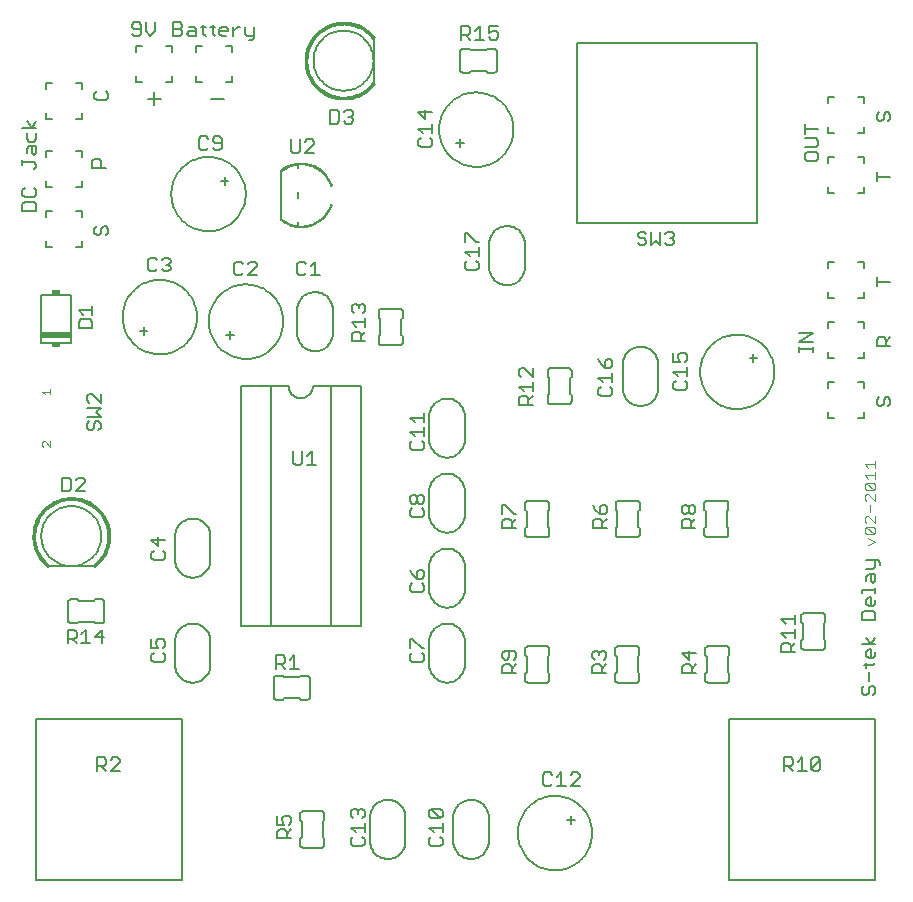
<source format=gto>
G75*
G70*
%OFA0B0*%
%FSLAX24Y24*%
%IPPOS*%
%LPD*%
%AMOC8*
5,1,8,0,0,1.08239X$1,22.5*
%
%ADD10C,0.0050*%
%ADD11C,0.0060*%
%ADD12C,0.0040*%
%ADD13C,0.0080*%
%ADD14C,0.0010*%
%ADD15R,0.1000X0.0200*%
%ADD16R,0.0300X0.0150*%
D10*
X001160Y002396D02*
X001160Y007750D01*
X006042Y007750D01*
X006042Y002396D01*
X001160Y002396D01*
X003201Y006026D02*
X003201Y006476D01*
X003426Y006476D01*
X003501Y006401D01*
X003501Y006251D01*
X003426Y006176D01*
X003201Y006176D01*
X003351Y006176D02*
X003501Y006026D01*
X003661Y006026D02*
X003961Y006326D01*
X003961Y006401D01*
X003886Y006476D01*
X003736Y006476D01*
X003661Y006401D01*
X003661Y006026D02*
X003961Y006026D01*
X005100Y009651D02*
X005401Y009651D01*
X005476Y009726D01*
X005476Y009876D01*
X005401Y009951D01*
X005401Y010111D02*
X005476Y010186D01*
X005476Y010336D01*
X005401Y010411D01*
X005251Y010411D01*
X005176Y010336D01*
X005176Y010261D01*
X005251Y010111D01*
X005025Y010111D01*
X005025Y010411D01*
X005100Y009951D02*
X005025Y009876D01*
X005025Y009726D01*
X005100Y009651D01*
X003372Y010276D02*
X003372Y010726D01*
X003146Y010501D01*
X003447Y010501D01*
X002986Y010276D02*
X002686Y010276D01*
X002836Y010276D02*
X002836Y010726D01*
X002686Y010576D01*
X002526Y010651D02*
X002526Y010501D01*
X002451Y010426D01*
X002226Y010426D01*
X002376Y010426D02*
X002526Y010276D01*
X002226Y010276D02*
X002226Y010726D01*
X002451Y010726D01*
X002526Y010651D01*
X005025Y013126D02*
X005100Y013051D01*
X005401Y013051D01*
X005476Y013126D01*
X005476Y013276D01*
X005401Y013351D01*
X005251Y013511D02*
X005251Y013811D01*
X005476Y013736D02*
X005025Y013736D01*
X005251Y013511D01*
X005100Y013351D02*
X005025Y013276D01*
X005025Y013126D01*
X002811Y015351D02*
X002511Y015351D01*
X002811Y015651D01*
X002811Y015726D01*
X002736Y015801D01*
X002586Y015801D01*
X002511Y015726D01*
X002351Y015726D02*
X002276Y015801D01*
X002051Y015801D01*
X002051Y015351D01*
X002276Y015351D01*
X002351Y015426D01*
X002351Y015726D01*
X002950Y017376D02*
X003026Y017376D01*
X003101Y017451D01*
X003101Y017601D01*
X003176Y017676D01*
X003251Y017676D01*
X003326Y017601D01*
X003326Y017451D01*
X003251Y017376D01*
X002950Y017376D02*
X002875Y017451D01*
X002875Y017601D01*
X002950Y017676D01*
X002875Y017836D02*
X003326Y017836D01*
X003176Y017986D01*
X003326Y018136D01*
X002875Y018136D01*
X002950Y018296D02*
X002875Y018372D01*
X002875Y018522D01*
X002950Y018597D01*
X003026Y018597D01*
X003326Y018296D01*
X003326Y018597D01*
X003051Y020776D02*
X002600Y020776D01*
X002600Y021001D01*
X002675Y021076D01*
X002976Y021076D01*
X003051Y021001D01*
X003051Y020776D01*
X003051Y021236D02*
X003051Y021536D01*
X003051Y021386D02*
X002600Y021386D01*
X002751Y021236D01*
X004905Y022751D02*
X004980Y022676D01*
X005130Y022676D01*
X005205Y022751D01*
X005365Y022751D02*
X005440Y022676D01*
X005591Y022676D01*
X005666Y022751D01*
X005666Y022826D01*
X005591Y022901D01*
X005516Y022901D01*
X005591Y022901D02*
X005666Y022976D01*
X005666Y023051D01*
X005591Y023126D01*
X005440Y023126D01*
X005365Y023051D01*
X005205Y023051D02*
X005130Y023126D01*
X004980Y023126D01*
X004905Y023051D01*
X004905Y022751D01*
X003576Y023951D02*
X003501Y023876D01*
X003576Y023951D02*
X003576Y024101D01*
X003501Y024176D01*
X003426Y024176D01*
X003351Y024101D01*
X003351Y023951D01*
X003276Y023876D01*
X003200Y023876D01*
X003125Y023951D01*
X003125Y024101D01*
X003200Y024176D01*
X003050Y026126D02*
X003050Y026351D01*
X003125Y026426D01*
X003276Y026426D01*
X003351Y026351D01*
X003351Y026126D01*
X003501Y026126D02*
X003050Y026126D01*
X003200Y028376D02*
X003501Y028376D01*
X003576Y028451D01*
X003576Y028601D01*
X003501Y028676D01*
X003200Y028676D02*
X003125Y028601D01*
X003125Y028451D01*
X003200Y028376D01*
X001176Y027688D02*
X001026Y027463D01*
X000876Y027688D01*
X000725Y027463D02*
X001176Y027463D01*
X001176Y027303D02*
X001176Y027078D01*
X001101Y027003D01*
X000951Y027003D01*
X000876Y027078D01*
X000876Y027303D01*
X000951Y026842D02*
X000876Y026767D01*
X000876Y026617D01*
X001026Y026617D02*
X001026Y026842D01*
X000951Y026842D02*
X001176Y026842D01*
X001176Y026617D01*
X001101Y026542D01*
X001026Y026617D01*
X001101Y026307D02*
X000725Y026307D01*
X000725Y026232D02*
X000725Y026382D01*
X001101Y026307D02*
X001176Y026232D01*
X001176Y026157D01*
X001101Y026082D01*
X001101Y025461D02*
X001176Y025386D01*
X001176Y025236D01*
X001101Y025161D01*
X000800Y025161D01*
X000725Y025236D01*
X000725Y025386D01*
X000800Y025461D01*
X000800Y025001D02*
X000725Y024926D01*
X000725Y024701D01*
X001176Y024701D01*
X001176Y024926D01*
X001101Y025001D01*
X000800Y025001D01*
X004451Y030526D02*
X004601Y030526D01*
X004676Y030601D01*
X004676Y030901D01*
X004601Y030976D01*
X004451Y030976D01*
X004376Y030901D01*
X004376Y030826D01*
X004451Y030751D01*
X004676Y030751D01*
X004836Y030676D02*
X004986Y030526D01*
X005136Y030676D01*
X005136Y030976D01*
X004836Y030976D02*
X004836Y030676D01*
X004451Y030526D02*
X004376Y030601D01*
X005757Y030526D02*
X005982Y030526D01*
X006057Y030601D01*
X006057Y030676D01*
X005982Y030751D01*
X005757Y030751D01*
X005982Y030751D02*
X006057Y030826D01*
X006057Y030901D01*
X005982Y030976D01*
X005757Y030976D01*
X005757Y030526D01*
X006217Y030601D02*
X006292Y030676D01*
X006517Y030676D01*
X006517Y030751D02*
X006517Y030526D01*
X006292Y030526D01*
X006217Y030601D01*
X006292Y030826D02*
X006442Y030826D01*
X006517Y030751D01*
X006678Y030826D02*
X006828Y030826D01*
X006753Y030901D02*
X006753Y030601D01*
X006828Y030526D01*
X007059Y030601D02*
X007059Y030901D01*
X006984Y030826D02*
X007135Y030826D01*
X007291Y030751D02*
X007366Y030826D01*
X007516Y030826D01*
X007592Y030751D01*
X007592Y030676D01*
X007291Y030676D01*
X007291Y030601D02*
X007291Y030751D01*
X007291Y030601D02*
X007366Y030526D01*
X007516Y030526D01*
X007752Y030526D02*
X007752Y030826D01*
X007902Y030826D02*
X007977Y030826D01*
X007902Y030826D02*
X007752Y030676D01*
X008135Y030601D02*
X008210Y030526D01*
X008436Y030526D01*
X008436Y030451D02*
X008436Y030826D01*
X008135Y030826D02*
X008135Y030601D01*
X008285Y030376D02*
X008360Y030376D01*
X008436Y030451D01*
X007135Y030526D02*
X007059Y030601D01*
X007136Y027176D02*
X007061Y027101D01*
X007061Y027026D01*
X007136Y026951D01*
X007361Y026951D01*
X007361Y026801D02*
X007361Y027101D01*
X007286Y027176D01*
X007136Y027176D01*
X006901Y027101D02*
X006826Y027176D01*
X006676Y027176D01*
X006601Y027101D01*
X006601Y026801D01*
X006676Y026726D01*
X006826Y026726D01*
X006901Y026801D01*
X007061Y026801D02*
X007136Y026726D01*
X007286Y026726D01*
X007361Y026801D01*
X009680Y026701D02*
X009755Y026626D01*
X009905Y026626D01*
X009980Y026701D01*
X009980Y027076D01*
X010140Y027001D02*
X010215Y027076D01*
X010366Y027076D01*
X010441Y027001D01*
X010441Y026926D01*
X010140Y026626D01*
X010441Y026626D01*
X009680Y026701D02*
X009680Y027076D01*
X010976Y027601D02*
X011201Y027601D01*
X011276Y027676D01*
X011276Y027976D01*
X011201Y028051D01*
X010976Y028051D01*
X010976Y027601D01*
X011436Y027676D02*
X011511Y027601D01*
X011661Y027601D01*
X011736Y027676D01*
X011736Y027751D01*
X011661Y027826D01*
X011586Y027826D01*
X011661Y027826D02*
X011736Y027901D01*
X011736Y027976D01*
X011661Y028051D01*
X011511Y028051D01*
X011436Y027976D01*
X013925Y027972D02*
X014151Y027746D01*
X014151Y028047D01*
X014376Y027972D02*
X013925Y027972D01*
X013925Y027436D02*
X014376Y027436D01*
X014376Y027286D02*
X014376Y027586D01*
X014076Y027286D02*
X013925Y027436D01*
X014000Y027126D02*
X013925Y027051D01*
X013925Y026901D01*
X014000Y026826D01*
X014301Y026826D01*
X014376Y026901D01*
X014376Y027051D01*
X014301Y027126D01*
X015475Y023947D02*
X015550Y023947D01*
X015851Y023646D01*
X015926Y023646D01*
X015926Y023486D02*
X015926Y023186D01*
X015926Y023336D02*
X015475Y023336D01*
X015626Y023186D01*
X015550Y023026D02*
X015475Y022951D01*
X015475Y022801D01*
X015550Y022726D01*
X015851Y022726D01*
X015926Y022801D01*
X015926Y022951D01*
X015851Y023026D01*
X015475Y023646D02*
X015475Y023947D01*
X012151Y021516D02*
X012151Y021365D01*
X012076Y021290D01*
X012151Y021130D02*
X012151Y020830D01*
X012151Y020980D02*
X011700Y020980D01*
X011851Y020830D01*
X011926Y020670D02*
X011775Y020670D01*
X011700Y020595D01*
X011700Y020370D01*
X012151Y020370D01*
X012001Y020370D02*
X012001Y020595D01*
X011926Y020670D01*
X012001Y020520D02*
X012151Y020670D01*
X011775Y021290D02*
X011700Y021365D01*
X011700Y021516D01*
X011775Y021591D01*
X011851Y021591D01*
X011926Y021516D01*
X012001Y021591D01*
X012076Y021591D01*
X012151Y021516D01*
X011926Y021516D02*
X011926Y021440D01*
X010641Y022551D02*
X010340Y022551D01*
X010491Y022551D02*
X010491Y023001D01*
X010340Y022851D01*
X010180Y022926D02*
X010105Y023001D01*
X009955Y023001D01*
X009880Y022926D01*
X009880Y022626D01*
X009955Y022551D01*
X010105Y022551D01*
X010180Y022626D01*
X008541Y022551D02*
X008240Y022551D01*
X008541Y022851D01*
X008541Y022926D01*
X008466Y023001D01*
X008315Y023001D01*
X008240Y022926D01*
X008080Y022926D02*
X008005Y023001D01*
X007855Y023001D01*
X007780Y022926D01*
X007780Y022626D01*
X007855Y022551D01*
X008005Y022551D01*
X008080Y022626D01*
X009751Y016676D02*
X009751Y016301D01*
X009826Y016226D01*
X009976Y016226D01*
X010051Y016301D01*
X010051Y016676D01*
X010211Y016526D02*
X010361Y016676D01*
X010361Y016226D01*
X010211Y016226D02*
X010511Y016226D01*
X013650Y016801D02*
X013725Y016726D01*
X014026Y016726D01*
X014101Y016801D01*
X014101Y016951D01*
X014026Y017026D01*
X014101Y017186D02*
X014101Y017486D01*
X014101Y017336D02*
X013650Y017336D01*
X013801Y017186D01*
X013725Y017026D02*
X013650Y016951D01*
X013650Y016801D01*
X013801Y017646D02*
X013650Y017797D01*
X014101Y017797D01*
X014101Y017947D02*
X014101Y017646D01*
X014026Y015236D02*
X013951Y015236D01*
X013876Y015161D01*
X013876Y015011D01*
X013801Y014936D01*
X013725Y014936D01*
X013650Y015011D01*
X013650Y015161D01*
X013725Y015236D01*
X013801Y015236D01*
X013876Y015161D01*
X013876Y015011D02*
X013951Y014936D01*
X014026Y014936D01*
X014101Y015011D01*
X014101Y015161D01*
X014026Y015236D01*
X014026Y014776D02*
X014101Y014701D01*
X014101Y014551D01*
X014026Y014476D01*
X013725Y014476D01*
X013650Y014551D01*
X013650Y014701D01*
X013725Y014776D01*
X013650Y012736D02*
X013725Y012586D01*
X013876Y012436D01*
X013876Y012661D01*
X013951Y012736D01*
X014026Y012736D01*
X014101Y012661D01*
X014101Y012511D01*
X014026Y012436D01*
X013876Y012436D01*
X014026Y012276D02*
X014101Y012201D01*
X014101Y012051D01*
X014026Y011976D01*
X013725Y011976D01*
X013650Y012051D01*
X013650Y012201D01*
X013725Y012276D01*
X013725Y010411D02*
X013650Y010411D01*
X013650Y010111D01*
X013725Y009951D02*
X013650Y009876D01*
X013650Y009726D01*
X013725Y009651D01*
X014026Y009651D01*
X014101Y009726D01*
X014101Y009876D01*
X014026Y009951D01*
X014026Y010111D02*
X014101Y010111D01*
X014026Y010111D02*
X013725Y010411D01*
X016725Y009961D02*
X016725Y009811D01*
X016800Y009736D01*
X016876Y009736D01*
X016951Y009811D01*
X016951Y010036D01*
X017101Y010036D02*
X016800Y010036D01*
X016725Y009961D01*
X016800Y009576D02*
X016725Y009501D01*
X016725Y009276D01*
X017176Y009276D01*
X017026Y009276D02*
X017026Y009501D01*
X016951Y009576D01*
X016800Y009576D01*
X017026Y009426D02*
X017176Y009576D01*
X017101Y009736D02*
X017176Y009811D01*
X017176Y009961D01*
X017101Y010036D01*
X019725Y009961D02*
X019725Y009811D01*
X019800Y009736D01*
X019800Y009576D02*
X019951Y009576D01*
X020026Y009501D01*
X020026Y009276D01*
X020176Y009276D02*
X019725Y009276D01*
X019725Y009501D01*
X019800Y009576D01*
X020026Y009426D02*
X020176Y009576D01*
X020101Y009736D02*
X020176Y009811D01*
X020176Y009961D01*
X020101Y010036D01*
X020026Y010036D01*
X019951Y009961D01*
X019951Y009886D01*
X019951Y009961D02*
X019876Y010036D01*
X019800Y010036D01*
X019725Y009961D01*
X022725Y009961D02*
X022951Y009736D01*
X022951Y010036D01*
X023176Y009961D02*
X022725Y009961D01*
X022800Y009576D02*
X022951Y009576D01*
X023026Y009501D01*
X023026Y009276D01*
X023176Y009276D02*
X022725Y009276D01*
X022725Y009501D01*
X022800Y009576D01*
X023026Y009426D02*
X023176Y009576D01*
X024260Y007750D02*
X024260Y002396D01*
X029142Y002396D01*
X029142Y007750D01*
X024260Y007750D01*
X026101Y006476D02*
X026101Y006026D01*
X026101Y006176D02*
X026326Y006176D01*
X026401Y006251D01*
X026401Y006401D01*
X026326Y006476D01*
X026101Y006476D01*
X026251Y006176D02*
X026401Y006026D01*
X026561Y006026D02*
X026861Y006026D01*
X026711Y006026D02*
X026711Y006476D01*
X026561Y006326D01*
X027021Y006401D02*
X027021Y006101D01*
X027322Y006401D01*
X027322Y006101D01*
X027247Y006026D01*
X027097Y006026D01*
X027021Y006101D01*
X027021Y006401D02*
X027097Y006476D01*
X027247Y006476D01*
X027322Y006401D01*
X028775Y008551D02*
X028851Y008551D01*
X028926Y008626D01*
X028926Y008776D01*
X029001Y008851D01*
X029076Y008851D01*
X029151Y008776D01*
X029151Y008626D01*
X029076Y008551D01*
X028775Y008551D02*
X028700Y008626D01*
X028700Y008776D01*
X028775Y008851D01*
X028926Y009011D02*
X028926Y009311D01*
X028851Y009471D02*
X028851Y009622D01*
X028775Y009547D02*
X029076Y009547D01*
X029151Y009622D01*
X029076Y009778D02*
X028926Y009778D01*
X028851Y009853D01*
X028851Y010004D01*
X028926Y010079D01*
X029001Y010079D01*
X029001Y009778D01*
X029076Y009778D02*
X029151Y009853D01*
X029151Y010004D01*
X029151Y010239D02*
X028700Y010239D01*
X028851Y010464D02*
X029001Y010239D01*
X029151Y010464D01*
X029151Y011051D02*
X028700Y011051D01*
X028700Y011276D01*
X028775Y011351D01*
X029076Y011351D01*
X029151Y011276D01*
X029151Y011051D01*
X029076Y011511D02*
X028926Y011511D01*
X028851Y011586D01*
X028851Y011736D01*
X028926Y011811D01*
X029001Y011811D01*
X029001Y011511D01*
X029076Y011511D02*
X029151Y011586D01*
X029151Y011736D01*
X029151Y011971D02*
X029151Y012122D01*
X029151Y012047D02*
X028700Y012047D01*
X028700Y011971D01*
X028851Y012353D02*
X028851Y012504D01*
X028926Y012579D01*
X029151Y012579D01*
X029151Y012353D01*
X029076Y012278D01*
X029001Y012353D01*
X029001Y012579D01*
X029076Y012739D02*
X028851Y012739D01*
X029076Y012739D02*
X029151Y012814D01*
X029151Y013039D01*
X029226Y013039D02*
X029301Y012964D01*
X029301Y012889D01*
X029226Y013039D02*
X028851Y013039D01*
X026476Y011222D02*
X026476Y010921D01*
X026476Y011072D02*
X026025Y011072D01*
X026176Y010921D01*
X026476Y010761D02*
X026476Y010461D01*
X026476Y010611D02*
X026025Y010611D01*
X026176Y010461D01*
X026251Y010301D02*
X026326Y010226D01*
X026326Y010001D01*
X026476Y010001D02*
X026025Y010001D01*
X026025Y010226D01*
X026100Y010301D01*
X026251Y010301D01*
X026326Y010151D02*
X026476Y010301D01*
X023151Y014126D02*
X022700Y014126D01*
X022700Y014351D01*
X022775Y014426D01*
X022926Y014426D01*
X023001Y014351D01*
X023001Y014126D01*
X023001Y014276D02*
X023151Y014426D01*
X023076Y014586D02*
X023151Y014661D01*
X023151Y014811D01*
X023076Y014886D01*
X023001Y014886D01*
X022926Y014811D01*
X022926Y014661D01*
X022851Y014586D01*
X022775Y014586D01*
X022700Y014661D01*
X022700Y014811D01*
X022775Y014886D01*
X022851Y014886D01*
X022926Y014811D01*
X022926Y014661D02*
X023001Y014586D01*
X023076Y014586D01*
X020201Y014661D02*
X020201Y014811D01*
X020126Y014886D01*
X020051Y014886D01*
X019976Y014811D01*
X019976Y014586D01*
X020126Y014586D01*
X020201Y014661D01*
X020201Y014426D02*
X020051Y014276D01*
X020051Y014351D02*
X020051Y014126D01*
X020201Y014126D02*
X019750Y014126D01*
X019750Y014351D01*
X019825Y014426D01*
X019976Y014426D01*
X020051Y014351D01*
X019976Y014586D02*
X019825Y014736D01*
X019750Y014886D01*
X017176Y014586D02*
X017101Y014586D01*
X016800Y014886D01*
X016725Y014886D01*
X016725Y014586D01*
X016800Y014426D02*
X016725Y014351D01*
X016725Y014126D01*
X017176Y014126D01*
X017026Y014126D02*
X017026Y014351D01*
X016951Y014426D01*
X016800Y014426D01*
X017026Y014276D02*
X017176Y014426D01*
X017275Y018226D02*
X017275Y018451D01*
X017350Y018526D01*
X017501Y018526D01*
X017576Y018451D01*
X017576Y018226D01*
X017726Y018226D02*
X017275Y018226D01*
X017576Y018376D02*
X017726Y018526D01*
X017726Y018686D02*
X017726Y018986D01*
X017726Y018836D02*
X017275Y018836D01*
X017426Y018686D01*
X017350Y019146D02*
X017275Y019222D01*
X017275Y019372D01*
X017350Y019447D01*
X017426Y019447D01*
X017726Y019146D01*
X017726Y019447D01*
X019925Y019747D02*
X020000Y019597D01*
X020151Y019446D01*
X020151Y019672D01*
X020226Y019747D01*
X020301Y019747D01*
X020376Y019672D01*
X020376Y019522D01*
X020301Y019446D01*
X020151Y019446D01*
X020376Y019286D02*
X020376Y018986D01*
X020376Y019136D02*
X019925Y019136D01*
X020076Y018986D01*
X020000Y018826D02*
X019925Y018751D01*
X019925Y018601D01*
X020000Y018526D01*
X020301Y018526D01*
X020376Y018601D01*
X020376Y018751D01*
X020301Y018826D01*
X022425Y018801D02*
X022500Y018726D01*
X022801Y018726D01*
X022876Y018801D01*
X022876Y018951D01*
X022801Y019026D01*
X022876Y019186D02*
X022876Y019486D01*
X022876Y019336D02*
X022425Y019336D01*
X022576Y019186D01*
X022500Y019026D02*
X022425Y018951D01*
X022425Y018801D01*
X022425Y019646D02*
X022651Y019646D01*
X022576Y019797D01*
X022576Y019872D01*
X022651Y019947D01*
X022801Y019947D01*
X022876Y019872D01*
X022876Y019722D01*
X022801Y019646D01*
X022425Y019646D02*
X022425Y019947D01*
X026625Y020001D02*
X026625Y020151D01*
X026625Y020076D02*
X027076Y020076D01*
X027076Y020001D02*
X027076Y020151D01*
X027076Y020308D02*
X026625Y020308D01*
X027076Y020608D01*
X026625Y020608D01*
X029200Y020401D02*
X029200Y020176D01*
X029651Y020176D01*
X029501Y020176D02*
X029501Y020401D01*
X029426Y020476D01*
X029275Y020476D01*
X029200Y020401D01*
X029501Y020326D02*
X029651Y020476D01*
X029200Y022176D02*
X029200Y022476D01*
X029200Y022326D02*
X029651Y022326D01*
X029200Y025676D02*
X029200Y025976D01*
X029200Y025826D02*
X029651Y025826D01*
X029576Y027676D02*
X029651Y027751D01*
X029651Y027901D01*
X029576Y027976D01*
X029501Y027976D01*
X029426Y027901D01*
X029426Y027751D01*
X029351Y027676D01*
X029275Y027676D01*
X029200Y027751D01*
X029200Y027901D01*
X029275Y027976D01*
X027251Y027422D02*
X026800Y027422D01*
X026800Y027572D02*
X026800Y027271D01*
X026800Y027111D02*
X027176Y027111D01*
X027251Y027036D01*
X027251Y026886D01*
X027176Y026811D01*
X026800Y026811D01*
X026875Y026651D02*
X026800Y026576D01*
X026800Y026426D01*
X026875Y026351D01*
X027176Y026351D01*
X027251Y026426D01*
X027251Y026576D01*
X027176Y026651D01*
X026875Y026651D01*
X029275Y018476D02*
X029200Y018401D01*
X029200Y018251D01*
X029275Y018176D01*
X029351Y018176D01*
X029426Y018251D01*
X029426Y018401D01*
X029501Y018476D01*
X029576Y018476D01*
X029651Y018401D01*
X029651Y018251D01*
X029576Y018176D01*
X019222Y005976D02*
X019072Y005976D01*
X018996Y005901D01*
X019222Y005976D02*
X019297Y005901D01*
X019297Y005826D01*
X018996Y005526D01*
X019297Y005526D01*
X018836Y005526D02*
X018536Y005526D01*
X018686Y005526D02*
X018686Y005976D01*
X018536Y005826D01*
X018376Y005901D02*
X018301Y005976D01*
X018151Y005976D01*
X018076Y005901D01*
X018076Y005601D01*
X018151Y005526D01*
X018301Y005526D01*
X018376Y005601D01*
X014726Y004672D02*
X014726Y004522D01*
X014651Y004446D01*
X014350Y004747D01*
X014651Y004747D01*
X014726Y004672D01*
X014651Y004446D02*
X014350Y004446D01*
X014275Y004522D01*
X014275Y004672D01*
X014350Y004747D01*
X014726Y004286D02*
X014726Y003986D01*
X014726Y004136D02*
X014275Y004136D01*
X014426Y003986D01*
X014350Y003826D02*
X014275Y003751D01*
X014275Y003601D01*
X014350Y003526D01*
X014651Y003526D01*
X014726Y003601D01*
X014726Y003751D01*
X014651Y003826D01*
X012126Y003751D02*
X012051Y003826D01*
X012126Y003751D02*
X012126Y003601D01*
X012051Y003526D01*
X011750Y003526D01*
X011675Y003601D01*
X011675Y003751D01*
X011750Y003826D01*
X011826Y003986D02*
X011675Y004136D01*
X012126Y004136D01*
X012126Y003986D02*
X012126Y004286D01*
X012051Y004446D02*
X012126Y004522D01*
X012126Y004672D01*
X012051Y004747D01*
X011976Y004747D01*
X011901Y004672D01*
X011901Y004597D01*
X011901Y004672D02*
X011826Y004747D01*
X011750Y004747D01*
X011675Y004672D01*
X011675Y004522D01*
X011750Y004446D01*
X009676Y004461D02*
X009676Y004311D01*
X009601Y004236D01*
X009451Y004236D02*
X009376Y004386D01*
X009376Y004461D01*
X009451Y004536D01*
X009601Y004536D01*
X009676Y004461D01*
X009451Y004236D02*
X009225Y004236D01*
X009225Y004536D01*
X009300Y004076D02*
X009451Y004076D01*
X009526Y004001D01*
X009526Y003776D01*
X009676Y003776D02*
X009225Y003776D01*
X009225Y004001D01*
X009300Y004076D01*
X009526Y003926D02*
X009676Y004076D01*
X009640Y009426D02*
X009941Y009426D01*
X009791Y009426D02*
X009791Y009876D01*
X009640Y009726D01*
X009480Y009651D02*
X009405Y009576D01*
X009180Y009576D01*
X009330Y009576D02*
X009480Y009426D01*
X009480Y009651D02*
X009480Y009801D01*
X009405Y009876D01*
X009180Y009876D01*
X009180Y009426D01*
X015351Y030401D02*
X015351Y030851D01*
X015576Y030851D01*
X015651Y030776D01*
X015651Y030626D01*
X015576Y030551D01*
X015351Y030551D01*
X015501Y030551D02*
X015651Y030401D01*
X015811Y030401D02*
X016111Y030401D01*
X015961Y030401D02*
X015961Y030851D01*
X015811Y030701D01*
X016271Y030626D02*
X016422Y030701D01*
X016497Y030701D01*
X016572Y030626D01*
X016572Y030476D01*
X016497Y030401D01*
X016347Y030401D01*
X016271Y030476D01*
X016271Y030626D02*
X016271Y030851D01*
X016572Y030851D01*
D11*
X016432Y030101D02*
X016232Y030101D01*
X016182Y030051D01*
X015669Y030051D01*
X015619Y030101D01*
X015419Y030101D01*
X015402Y030099D01*
X015385Y030095D01*
X015369Y030088D01*
X015355Y030078D01*
X015342Y030065D01*
X015332Y030051D01*
X015325Y030035D01*
X015321Y030018D01*
X015319Y030001D01*
X015319Y029401D01*
X015321Y029384D01*
X015325Y029367D01*
X015332Y029351D01*
X015342Y029337D01*
X015355Y029324D01*
X015369Y029314D01*
X015385Y029307D01*
X015402Y029303D01*
X015419Y029301D01*
X015619Y029301D01*
X015669Y029351D01*
X016182Y029351D01*
X016232Y029301D01*
X016432Y029301D01*
X016449Y029303D01*
X016466Y029307D01*
X016482Y029314D01*
X016496Y029324D01*
X016509Y029337D01*
X016519Y029351D01*
X016526Y029367D01*
X016530Y029384D01*
X016532Y029401D01*
X016532Y030001D01*
X016530Y030018D01*
X016526Y030035D01*
X016519Y030051D01*
X016509Y030065D01*
X016496Y030078D01*
X016482Y030088D01*
X016466Y030095D01*
X016449Y030099D01*
X016432Y030101D01*
X014611Y027401D02*
X014613Y027471D01*
X014619Y027541D01*
X014629Y027611D01*
X014643Y027679D01*
X014660Y027747D01*
X014682Y027814D01*
X014707Y027880D01*
X014736Y027944D01*
X014768Y028006D01*
X014804Y028066D01*
X014844Y028124D01*
X014886Y028180D01*
X014932Y028233D01*
X014980Y028284D01*
X015032Y028332D01*
X015086Y028377D01*
X015142Y028418D01*
X015201Y028457D01*
X015262Y028492D01*
X015324Y028524D01*
X015389Y028552D01*
X015454Y028576D01*
X015522Y028596D01*
X015590Y028613D01*
X015659Y028626D01*
X015728Y028635D01*
X015798Y028640D01*
X015869Y028641D01*
X015939Y028638D01*
X016009Y028631D01*
X016078Y028620D01*
X016146Y028605D01*
X016214Y028587D01*
X016281Y028564D01*
X016346Y028538D01*
X016409Y028508D01*
X016471Y028475D01*
X016531Y028438D01*
X016588Y028398D01*
X016644Y028355D01*
X016696Y028308D01*
X016746Y028259D01*
X016793Y028207D01*
X016837Y028152D01*
X016878Y028095D01*
X016916Y028036D01*
X016950Y027975D01*
X016981Y027912D01*
X017008Y027847D01*
X017031Y027781D01*
X017051Y027713D01*
X017067Y027645D01*
X017079Y027576D01*
X017087Y027506D01*
X017091Y027436D01*
X017091Y027366D01*
X017087Y027296D01*
X017079Y027226D01*
X017067Y027157D01*
X017051Y027089D01*
X017031Y027021D01*
X017008Y026955D01*
X016981Y026890D01*
X016950Y026827D01*
X016916Y026766D01*
X016878Y026707D01*
X016837Y026650D01*
X016793Y026595D01*
X016746Y026543D01*
X016696Y026494D01*
X016644Y026447D01*
X016588Y026404D01*
X016531Y026364D01*
X016471Y026327D01*
X016409Y026294D01*
X016346Y026264D01*
X016281Y026238D01*
X016214Y026215D01*
X016146Y026197D01*
X016078Y026182D01*
X016009Y026171D01*
X015939Y026164D01*
X015869Y026161D01*
X015798Y026162D01*
X015728Y026167D01*
X015659Y026176D01*
X015590Y026189D01*
X015522Y026206D01*
X015454Y026226D01*
X015389Y026250D01*
X015324Y026278D01*
X015262Y026310D01*
X015201Y026345D01*
X015142Y026384D01*
X015086Y026425D01*
X015032Y026470D01*
X014980Y026518D01*
X014932Y026569D01*
X014886Y026622D01*
X014844Y026678D01*
X014804Y026736D01*
X014768Y026796D01*
X014736Y026858D01*
X014707Y026922D01*
X014682Y026988D01*
X014660Y027055D01*
X014643Y027123D01*
X014629Y027191D01*
X014619Y027261D01*
X014613Y027331D01*
X014611Y027401D01*
X015191Y026951D02*
X015441Y026951D01*
X015311Y027081D02*
X015311Y026821D01*
X016876Y024185D02*
X016922Y024183D01*
X016968Y024178D01*
X017014Y024169D01*
X017059Y024156D01*
X017102Y024140D01*
X017144Y024121D01*
X017185Y024098D01*
X017223Y024072D01*
X017260Y024043D01*
X017294Y024012D01*
X017325Y023978D01*
X017354Y023941D01*
X017380Y023903D01*
X017403Y023862D01*
X017422Y023820D01*
X017438Y023777D01*
X017451Y023732D01*
X017460Y023686D01*
X017465Y023640D01*
X017467Y023594D01*
X016876Y024185D02*
X016830Y024183D01*
X016784Y024178D01*
X016738Y024169D01*
X016693Y024156D01*
X016650Y024140D01*
X016608Y024121D01*
X016567Y024098D01*
X016529Y024072D01*
X016492Y024043D01*
X016458Y024012D01*
X016427Y023978D01*
X016398Y023941D01*
X016372Y023903D01*
X016349Y023862D01*
X016330Y023820D01*
X016314Y023777D01*
X016301Y023732D01*
X016292Y023686D01*
X016287Y023640D01*
X016285Y023594D01*
X017467Y022807D02*
X017465Y022761D01*
X017460Y022715D01*
X017451Y022669D01*
X017438Y022624D01*
X017422Y022581D01*
X017403Y022539D01*
X017380Y022498D01*
X017354Y022460D01*
X017325Y022423D01*
X017294Y022389D01*
X017260Y022358D01*
X017223Y022329D01*
X017185Y022303D01*
X017144Y022280D01*
X017102Y022261D01*
X017059Y022245D01*
X017014Y022232D01*
X016968Y022223D01*
X016922Y022218D01*
X016876Y022216D01*
X016830Y022218D01*
X016784Y022223D01*
X016738Y022232D01*
X016693Y022245D01*
X016650Y022261D01*
X016608Y022280D01*
X016567Y022303D01*
X016529Y022329D01*
X016492Y022358D01*
X016458Y022389D01*
X016427Y022423D01*
X016398Y022460D01*
X016372Y022498D01*
X016349Y022539D01*
X016330Y022581D01*
X016314Y022624D01*
X016301Y022669D01*
X016292Y022715D01*
X016287Y022761D01*
X016285Y022807D01*
X013401Y021332D02*
X013401Y021132D01*
X013351Y021082D01*
X013351Y020569D01*
X013401Y020519D01*
X013401Y020319D01*
X013399Y020302D01*
X013395Y020285D01*
X013388Y020269D01*
X013378Y020255D01*
X013365Y020242D01*
X013351Y020232D01*
X013335Y020225D01*
X013318Y020221D01*
X013301Y020219D01*
X012701Y020219D01*
X012684Y020221D01*
X012667Y020225D01*
X012651Y020232D01*
X012637Y020242D01*
X012624Y020255D01*
X012614Y020269D01*
X012607Y020285D01*
X012603Y020302D01*
X012601Y020319D01*
X012601Y020519D01*
X012651Y020569D01*
X012651Y021082D01*
X012601Y021132D01*
X012601Y021332D01*
X012603Y021349D01*
X012607Y021366D01*
X012614Y021382D01*
X012624Y021396D01*
X012637Y021409D01*
X012651Y021419D01*
X012667Y021426D01*
X012684Y021430D01*
X012701Y021432D01*
X013301Y021432D01*
X013318Y021430D01*
X013335Y021426D01*
X013351Y021419D01*
X013365Y021409D01*
X013378Y021396D01*
X013388Y021382D01*
X013395Y021366D01*
X013399Y021349D01*
X013401Y021332D01*
X012001Y018851D02*
X011001Y018851D01*
X010401Y018851D01*
X010399Y018812D01*
X010393Y018773D01*
X010384Y018735D01*
X010371Y018698D01*
X010354Y018662D01*
X010334Y018629D01*
X010310Y018597D01*
X010284Y018568D01*
X010255Y018542D01*
X010223Y018518D01*
X010190Y018498D01*
X010154Y018481D01*
X010117Y018468D01*
X010079Y018459D01*
X010040Y018453D01*
X010001Y018451D01*
X009962Y018453D01*
X009923Y018459D01*
X009885Y018468D01*
X009848Y018481D01*
X009812Y018498D01*
X009779Y018518D01*
X009747Y018542D01*
X009718Y018568D01*
X009692Y018597D01*
X009668Y018629D01*
X009648Y018662D01*
X009631Y018698D01*
X009618Y018735D01*
X009609Y018773D01*
X009603Y018812D01*
X009601Y018851D01*
X009001Y018851D01*
X009001Y010851D01*
X008001Y010851D01*
X008001Y018851D01*
X009001Y018851D01*
X007636Y020421D02*
X007636Y020681D01*
X007516Y020551D02*
X007766Y020551D01*
X006936Y021001D02*
X006938Y021071D01*
X006944Y021141D01*
X006954Y021211D01*
X006968Y021279D01*
X006985Y021347D01*
X007007Y021414D01*
X007032Y021480D01*
X007061Y021544D01*
X007093Y021606D01*
X007129Y021666D01*
X007169Y021724D01*
X007211Y021780D01*
X007257Y021833D01*
X007305Y021884D01*
X007357Y021932D01*
X007411Y021977D01*
X007467Y022018D01*
X007526Y022057D01*
X007587Y022092D01*
X007649Y022124D01*
X007714Y022152D01*
X007779Y022176D01*
X007847Y022196D01*
X007915Y022213D01*
X007984Y022226D01*
X008053Y022235D01*
X008123Y022240D01*
X008194Y022241D01*
X008264Y022238D01*
X008334Y022231D01*
X008403Y022220D01*
X008471Y022205D01*
X008539Y022187D01*
X008606Y022164D01*
X008671Y022138D01*
X008734Y022108D01*
X008796Y022075D01*
X008856Y022038D01*
X008913Y021998D01*
X008969Y021955D01*
X009021Y021908D01*
X009071Y021859D01*
X009118Y021807D01*
X009162Y021752D01*
X009203Y021695D01*
X009241Y021636D01*
X009275Y021575D01*
X009306Y021512D01*
X009333Y021447D01*
X009356Y021381D01*
X009376Y021313D01*
X009392Y021245D01*
X009404Y021176D01*
X009412Y021106D01*
X009416Y021036D01*
X009416Y020966D01*
X009412Y020896D01*
X009404Y020826D01*
X009392Y020757D01*
X009376Y020689D01*
X009356Y020621D01*
X009333Y020555D01*
X009306Y020490D01*
X009275Y020427D01*
X009241Y020366D01*
X009203Y020307D01*
X009162Y020250D01*
X009118Y020195D01*
X009071Y020143D01*
X009021Y020094D01*
X008969Y020047D01*
X008913Y020004D01*
X008856Y019964D01*
X008796Y019927D01*
X008734Y019894D01*
X008671Y019864D01*
X008606Y019838D01*
X008539Y019815D01*
X008471Y019797D01*
X008403Y019782D01*
X008334Y019771D01*
X008264Y019764D01*
X008194Y019761D01*
X008123Y019762D01*
X008053Y019767D01*
X007984Y019776D01*
X007915Y019789D01*
X007847Y019806D01*
X007779Y019826D01*
X007714Y019850D01*
X007649Y019878D01*
X007587Y019910D01*
X007526Y019945D01*
X007467Y019984D01*
X007411Y020025D01*
X007357Y020070D01*
X007305Y020118D01*
X007257Y020169D01*
X007211Y020222D01*
X007169Y020278D01*
X007129Y020336D01*
X007093Y020396D01*
X007061Y020458D01*
X007032Y020522D01*
X007007Y020588D01*
X006985Y020655D01*
X006968Y020723D01*
X006954Y020791D01*
X006944Y020861D01*
X006938Y020931D01*
X006936Y021001D01*
X004061Y021151D02*
X004063Y021221D01*
X004069Y021291D01*
X004079Y021361D01*
X004093Y021429D01*
X004110Y021497D01*
X004132Y021564D01*
X004157Y021630D01*
X004186Y021694D01*
X004218Y021756D01*
X004254Y021816D01*
X004294Y021874D01*
X004336Y021930D01*
X004382Y021983D01*
X004430Y022034D01*
X004482Y022082D01*
X004536Y022127D01*
X004592Y022168D01*
X004651Y022207D01*
X004712Y022242D01*
X004774Y022274D01*
X004839Y022302D01*
X004904Y022326D01*
X004972Y022346D01*
X005040Y022363D01*
X005109Y022376D01*
X005178Y022385D01*
X005248Y022390D01*
X005319Y022391D01*
X005389Y022388D01*
X005459Y022381D01*
X005528Y022370D01*
X005596Y022355D01*
X005664Y022337D01*
X005731Y022314D01*
X005796Y022288D01*
X005859Y022258D01*
X005921Y022225D01*
X005981Y022188D01*
X006038Y022148D01*
X006094Y022105D01*
X006146Y022058D01*
X006196Y022009D01*
X006243Y021957D01*
X006287Y021902D01*
X006328Y021845D01*
X006366Y021786D01*
X006400Y021725D01*
X006431Y021662D01*
X006458Y021597D01*
X006481Y021531D01*
X006501Y021463D01*
X006517Y021395D01*
X006529Y021326D01*
X006537Y021256D01*
X006541Y021186D01*
X006541Y021116D01*
X006537Y021046D01*
X006529Y020976D01*
X006517Y020907D01*
X006501Y020839D01*
X006481Y020771D01*
X006458Y020705D01*
X006431Y020640D01*
X006400Y020577D01*
X006366Y020516D01*
X006328Y020457D01*
X006287Y020400D01*
X006243Y020345D01*
X006196Y020293D01*
X006146Y020244D01*
X006094Y020197D01*
X006038Y020154D01*
X005981Y020114D01*
X005921Y020077D01*
X005859Y020044D01*
X005796Y020014D01*
X005731Y019988D01*
X005664Y019965D01*
X005596Y019947D01*
X005528Y019932D01*
X005459Y019921D01*
X005389Y019914D01*
X005319Y019911D01*
X005248Y019912D01*
X005178Y019917D01*
X005109Y019926D01*
X005040Y019939D01*
X004972Y019956D01*
X004904Y019976D01*
X004839Y020000D01*
X004774Y020028D01*
X004712Y020060D01*
X004651Y020095D01*
X004592Y020134D01*
X004536Y020175D01*
X004482Y020220D01*
X004430Y020268D01*
X004382Y020319D01*
X004336Y020372D01*
X004294Y020428D01*
X004254Y020486D01*
X004218Y020546D01*
X004186Y020608D01*
X004157Y020672D01*
X004132Y020738D01*
X004110Y020805D01*
X004093Y020873D01*
X004079Y020941D01*
X004069Y021011D01*
X004063Y021081D01*
X004061Y021151D01*
X004641Y020701D02*
X004891Y020701D01*
X004761Y020831D02*
X004761Y020571D01*
X002351Y020301D02*
X001351Y020301D01*
X001351Y021901D01*
X002351Y021901D01*
X002351Y020301D01*
X002501Y023501D02*
X002701Y023501D01*
X002701Y023701D01*
X002701Y024501D02*
X002701Y024701D01*
X002501Y024701D01*
X002501Y025501D02*
X002701Y025501D01*
X002701Y025701D01*
X002701Y026501D02*
X002701Y026701D01*
X002501Y026701D01*
X001701Y026701D02*
X001501Y026701D01*
X001501Y026501D01*
X001501Y025701D02*
X001501Y025501D01*
X001701Y025501D01*
X001701Y024701D02*
X001501Y024701D01*
X001501Y024501D01*
X001501Y023701D02*
X001501Y023501D01*
X001701Y023501D01*
X001701Y027751D02*
X001501Y027751D01*
X001501Y027951D01*
X001501Y028751D02*
X001501Y028951D01*
X001701Y028951D01*
X002501Y028951D02*
X002701Y028951D01*
X002701Y028751D01*
X002701Y027951D02*
X002701Y027751D01*
X002501Y027751D01*
X004501Y029001D02*
X004501Y029201D01*
X004501Y029001D02*
X004701Y029001D01*
X005119Y028640D02*
X005119Y028213D01*
X004906Y028426D02*
X005333Y028426D01*
X005501Y029001D02*
X005701Y029001D01*
X005701Y029201D01*
X005701Y030001D02*
X005701Y030201D01*
X005501Y030201D01*
X004701Y030201D02*
X004501Y030201D01*
X004501Y030001D01*
X006501Y030001D02*
X006501Y030201D01*
X006701Y030201D01*
X007501Y030201D02*
X007701Y030201D01*
X007701Y030001D01*
X007701Y029201D02*
X007701Y029001D01*
X007501Y029001D01*
X007433Y028426D02*
X007006Y028426D01*
X006701Y029001D02*
X006501Y029001D01*
X006501Y029201D01*
X009351Y026051D02*
X009351Y024401D01*
X009901Y024338D02*
X009901Y024181D01*
X009901Y025113D02*
X009901Y025338D01*
X009901Y026113D02*
X009901Y026271D01*
X007586Y025701D02*
X007336Y025701D01*
X007466Y025571D02*
X007466Y025831D01*
X005686Y025251D02*
X005688Y025321D01*
X005694Y025391D01*
X005704Y025461D01*
X005718Y025529D01*
X005735Y025597D01*
X005757Y025664D01*
X005782Y025730D01*
X005811Y025794D01*
X005843Y025856D01*
X005879Y025916D01*
X005919Y025974D01*
X005961Y026030D01*
X006007Y026083D01*
X006055Y026134D01*
X006107Y026182D01*
X006161Y026227D01*
X006217Y026268D01*
X006276Y026307D01*
X006337Y026342D01*
X006399Y026374D01*
X006464Y026402D01*
X006529Y026426D01*
X006597Y026446D01*
X006665Y026463D01*
X006734Y026476D01*
X006803Y026485D01*
X006873Y026490D01*
X006944Y026491D01*
X007014Y026488D01*
X007084Y026481D01*
X007153Y026470D01*
X007221Y026455D01*
X007289Y026437D01*
X007356Y026414D01*
X007421Y026388D01*
X007484Y026358D01*
X007546Y026325D01*
X007606Y026288D01*
X007663Y026248D01*
X007719Y026205D01*
X007771Y026158D01*
X007821Y026109D01*
X007868Y026057D01*
X007912Y026002D01*
X007953Y025945D01*
X007991Y025886D01*
X008025Y025825D01*
X008056Y025762D01*
X008083Y025697D01*
X008106Y025631D01*
X008126Y025563D01*
X008142Y025495D01*
X008154Y025426D01*
X008162Y025356D01*
X008166Y025286D01*
X008166Y025216D01*
X008162Y025146D01*
X008154Y025076D01*
X008142Y025007D01*
X008126Y024939D01*
X008106Y024871D01*
X008083Y024805D01*
X008056Y024740D01*
X008025Y024677D01*
X007991Y024616D01*
X007953Y024557D01*
X007912Y024500D01*
X007868Y024445D01*
X007821Y024393D01*
X007771Y024344D01*
X007719Y024297D01*
X007663Y024254D01*
X007606Y024214D01*
X007546Y024177D01*
X007484Y024144D01*
X007421Y024114D01*
X007356Y024088D01*
X007289Y024065D01*
X007221Y024047D01*
X007153Y024032D01*
X007084Y024021D01*
X007014Y024014D01*
X006944Y024011D01*
X006873Y024012D01*
X006803Y024017D01*
X006734Y024026D01*
X006665Y024039D01*
X006597Y024056D01*
X006529Y024076D01*
X006464Y024100D01*
X006399Y024128D01*
X006337Y024160D01*
X006276Y024195D01*
X006217Y024234D01*
X006161Y024275D01*
X006107Y024320D01*
X006055Y024368D01*
X006007Y024419D01*
X005961Y024472D01*
X005919Y024528D01*
X005879Y024586D01*
X005843Y024646D01*
X005811Y024708D01*
X005782Y024772D01*
X005757Y024838D01*
X005735Y024905D01*
X005718Y024973D01*
X005704Y025041D01*
X005694Y025111D01*
X005688Y025181D01*
X005686Y025251D01*
X010476Y021985D02*
X010522Y021983D01*
X010568Y021978D01*
X010614Y021969D01*
X010659Y021956D01*
X010702Y021940D01*
X010744Y021921D01*
X010785Y021898D01*
X010823Y021872D01*
X010860Y021843D01*
X010894Y021812D01*
X010925Y021778D01*
X010954Y021741D01*
X010980Y021703D01*
X011003Y021662D01*
X011022Y021620D01*
X011038Y021577D01*
X011051Y021532D01*
X011060Y021486D01*
X011065Y021440D01*
X011067Y021394D01*
X010476Y021985D02*
X010430Y021983D01*
X010384Y021978D01*
X010338Y021969D01*
X010293Y021956D01*
X010250Y021940D01*
X010208Y021921D01*
X010167Y021898D01*
X010129Y021872D01*
X010092Y021843D01*
X010058Y021812D01*
X010027Y021778D01*
X009998Y021741D01*
X009972Y021703D01*
X009949Y021662D01*
X009930Y021620D01*
X009914Y021577D01*
X009901Y021532D01*
X009892Y021486D01*
X009887Y021440D01*
X009885Y021394D01*
X011067Y020607D02*
X011065Y020561D01*
X011060Y020515D01*
X011051Y020469D01*
X011038Y020424D01*
X011022Y020381D01*
X011003Y020339D01*
X010980Y020298D01*
X010954Y020260D01*
X010925Y020223D01*
X010894Y020189D01*
X010860Y020158D01*
X010823Y020129D01*
X010785Y020103D01*
X010744Y020080D01*
X010702Y020061D01*
X010659Y020045D01*
X010614Y020032D01*
X010568Y020023D01*
X010522Y020018D01*
X010476Y020016D01*
X010430Y020018D01*
X010384Y020023D01*
X010338Y020032D01*
X010293Y020045D01*
X010250Y020061D01*
X010208Y020080D01*
X010167Y020103D01*
X010129Y020129D01*
X010092Y020158D01*
X010058Y020189D01*
X010027Y020223D01*
X009998Y020260D01*
X009972Y020298D01*
X009949Y020339D01*
X009930Y020381D01*
X009914Y020424D01*
X009901Y020469D01*
X009892Y020515D01*
X009887Y020561D01*
X009885Y020607D01*
X011001Y018851D02*
X011001Y010851D01*
X009001Y010851D01*
X009194Y009201D02*
X009394Y009201D01*
X009444Y009151D01*
X009957Y009151D01*
X010007Y009201D01*
X010207Y009201D01*
X010224Y009199D01*
X010241Y009195D01*
X010257Y009188D01*
X010271Y009178D01*
X010284Y009165D01*
X010294Y009151D01*
X010301Y009135D01*
X010305Y009118D01*
X010307Y009101D01*
X010307Y008501D01*
X010305Y008484D01*
X010301Y008467D01*
X010294Y008451D01*
X010284Y008437D01*
X010271Y008424D01*
X010257Y008414D01*
X010241Y008407D01*
X010224Y008403D01*
X010207Y008401D01*
X010007Y008401D01*
X009957Y008451D01*
X009444Y008451D01*
X009394Y008401D01*
X009194Y008401D01*
X009177Y008403D01*
X009160Y008407D01*
X009144Y008414D01*
X009130Y008424D01*
X009117Y008437D01*
X009107Y008451D01*
X009100Y008467D01*
X009096Y008484D01*
X009094Y008501D01*
X009094Y009101D01*
X009096Y009118D01*
X009100Y009135D01*
X009107Y009151D01*
X009117Y009165D01*
X009130Y009178D01*
X009144Y009188D01*
X009160Y009195D01*
X009177Y009199D01*
X009194Y009201D01*
X011001Y010851D02*
X012001Y010851D01*
X012001Y018851D01*
X014285Y017844D02*
X014287Y017890D01*
X014292Y017936D01*
X014301Y017982D01*
X014314Y018027D01*
X014330Y018070D01*
X014349Y018112D01*
X014372Y018153D01*
X014398Y018191D01*
X014427Y018228D01*
X014458Y018262D01*
X014492Y018293D01*
X014529Y018322D01*
X014567Y018348D01*
X014608Y018371D01*
X014650Y018390D01*
X014693Y018406D01*
X014738Y018419D01*
X014784Y018428D01*
X014830Y018433D01*
X014876Y018435D01*
X014922Y018433D01*
X014968Y018428D01*
X015014Y018419D01*
X015059Y018406D01*
X015102Y018390D01*
X015144Y018371D01*
X015185Y018348D01*
X015223Y018322D01*
X015260Y018293D01*
X015294Y018262D01*
X015325Y018228D01*
X015354Y018191D01*
X015380Y018153D01*
X015403Y018112D01*
X015422Y018070D01*
X015438Y018027D01*
X015451Y017982D01*
X015460Y017936D01*
X015465Y017890D01*
X015467Y017844D01*
X014285Y017057D02*
X014287Y017011D01*
X014292Y016965D01*
X014301Y016919D01*
X014314Y016874D01*
X014330Y016831D01*
X014349Y016789D01*
X014372Y016748D01*
X014398Y016710D01*
X014427Y016673D01*
X014458Y016639D01*
X014492Y016608D01*
X014529Y016579D01*
X014567Y016553D01*
X014608Y016530D01*
X014650Y016511D01*
X014693Y016495D01*
X014738Y016482D01*
X014784Y016473D01*
X014830Y016468D01*
X014876Y016466D01*
X014922Y016468D01*
X014968Y016473D01*
X015014Y016482D01*
X015059Y016495D01*
X015102Y016511D01*
X015144Y016530D01*
X015185Y016553D01*
X015223Y016579D01*
X015260Y016608D01*
X015294Y016639D01*
X015325Y016673D01*
X015354Y016710D01*
X015380Y016748D01*
X015403Y016789D01*
X015422Y016831D01*
X015438Y016874D01*
X015451Y016919D01*
X015460Y016965D01*
X015465Y017011D01*
X015467Y017057D01*
X014876Y015935D02*
X014830Y015933D01*
X014784Y015928D01*
X014738Y015919D01*
X014693Y015906D01*
X014650Y015890D01*
X014608Y015871D01*
X014567Y015848D01*
X014529Y015822D01*
X014492Y015793D01*
X014458Y015762D01*
X014427Y015728D01*
X014398Y015691D01*
X014372Y015653D01*
X014349Y015612D01*
X014330Y015570D01*
X014314Y015527D01*
X014301Y015482D01*
X014292Y015436D01*
X014287Y015390D01*
X014285Y015344D01*
X014876Y015935D02*
X014922Y015933D01*
X014968Y015928D01*
X015014Y015919D01*
X015059Y015906D01*
X015102Y015890D01*
X015144Y015871D01*
X015185Y015848D01*
X015223Y015822D01*
X015260Y015793D01*
X015294Y015762D01*
X015325Y015728D01*
X015354Y015691D01*
X015380Y015653D01*
X015403Y015612D01*
X015422Y015570D01*
X015438Y015527D01*
X015451Y015482D01*
X015460Y015436D01*
X015465Y015390D01*
X015467Y015344D01*
X014285Y014557D02*
X014287Y014511D01*
X014292Y014465D01*
X014301Y014419D01*
X014314Y014374D01*
X014330Y014331D01*
X014349Y014289D01*
X014372Y014248D01*
X014398Y014210D01*
X014427Y014173D01*
X014458Y014139D01*
X014492Y014108D01*
X014529Y014079D01*
X014567Y014053D01*
X014608Y014030D01*
X014650Y014011D01*
X014693Y013995D01*
X014738Y013982D01*
X014784Y013973D01*
X014830Y013968D01*
X014876Y013966D01*
X014922Y013968D01*
X014968Y013973D01*
X015014Y013982D01*
X015059Y013995D01*
X015102Y014011D01*
X015144Y014030D01*
X015185Y014053D01*
X015223Y014079D01*
X015260Y014108D01*
X015294Y014139D01*
X015325Y014173D01*
X015354Y014210D01*
X015380Y014248D01*
X015403Y014289D01*
X015422Y014331D01*
X015438Y014374D01*
X015451Y014419D01*
X015460Y014465D01*
X015465Y014511D01*
X015467Y014557D01*
X014876Y013435D02*
X014830Y013433D01*
X014784Y013428D01*
X014738Y013419D01*
X014693Y013406D01*
X014650Y013390D01*
X014608Y013371D01*
X014567Y013348D01*
X014529Y013322D01*
X014492Y013293D01*
X014458Y013262D01*
X014427Y013228D01*
X014398Y013191D01*
X014372Y013153D01*
X014349Y013112D01*
X014330Y013070D01*
X014314Y013027D01*
X014301Y012982D01*
X014292Y012936D01*
X014287Y012890D01*
X014285Y012844D01*
X014876Y013435D02*
X014922Y013433D01*
X014968Y013428D01*
X015014Y013419D01*
X015059Y013406D01*
X015102Y013390D01*
X015144Y013371D01*
X015185Y013348D01*
X015223Y013322D01*
X015260Y013293D01*
X015294Y013262D01*
X015325Y013228D01*
X015354Y013191D01*
X015380Y013153D01*
X015403Y013112D01*
X015422Y013070D01*
X015438Y013027D01*
X015451Y012982D01*
X015460Y012936D01*
X015465Y012890D01*
X015467Y012844D01*
X014285Y012057D02*
X014287Y012011D01*
X014292Y011965D01*
X014301Y011919D01*
X014314Y011874D01*
X014330Y011831D01*
X014349Y011789D01*
X014372Y011748D01*
X014398Y011710D01*
X014427Y011673D01*
X014458Y011639D01*
X014492Y011608D01*
X014529Y011579D01*
X014567Y011553D01*
X014608Y011530D01*
X014650Y011511D01*
X014693Y011495D01*
X014738Y011482D01*
X014784Y011473D01*
X014830Y011468D01*
X014876Y011466D01*
X014922Y011468D01*
X014968Y011473D01*
X015014Y011482D01*
X015059Y011495D01*
X015102Y011511D01*
X015144Y011530D01*
X015185Y011553D01*
X015223Y011579D01*
X015260Y011608D01*
X015294Y011639D01*
X015325Y011673D01*
X015354Y011710D01*
X015380Y011748D01*
X015403Y011789D01*
X015422Y011831D01*
X015438Y011874D01*
X015451Y011919D01*
X015460Y011965D01*
X015465Y012011D01*
X015467Y012057D01*
X014876Y010935D02*
X014830Y010933D01*
X014784Y010928D01*
X014738Y010919D01*
X014693Y010906D01*
X014650Y010890D01*
X014608Y010871D01*
X014567Y010848D01*
X014529Y010822D01*
X014492Y010793D01*
X014458Y010762D01*
X014427Y010728D01*
X014398Y010691D01*
X014372Y010653D01*
X014349Y010612D01*
X014330Y010570D01*
X014314Y010527D01*
X014301Y010482D01*
X014292Y010436D01*
X014287Y010390D01*
X014285Y010344D01*
X014876Y010935D02*
X014922Y010933D01*
X014968Y010928D01*
X015014Y010919D01*
X015059Y010906D01*
X015102Y010890D01*
X015144Y010871D01*
X015185Y010848D01*
X015223Y010822D01*
X015260Y010793D01*
X015294Y010762D01*
X015325Y010728D01*
X015354Y010691D01*
X015380Y010653D01*
X015403Y010612D01*
X015422Y010570D01*
X015438Y010527D01*
X015451Y010482D01*
X015460Y010436D01*
X015465Y010390D01*
X015467Y010344D01*
X014285Y009557D02*
X014287Y009511D01*
X014292Y009465D01*
X014301Y009419D01*
X014314Y009374D01*
X014330Y009331D01*
X014349Y009289D01*
X014372Y009248D01*
X014398Y009210D01*
X014427Y009173D01*
X014458Y009139D01*
X014492Y009108D01*
X014529Y009079D01*
X014567Y009053D01*
X014608Y009030D01*
X014650Y009011D01*
X014693Y008995D01*
X014738Y008982D01*
X014784Y008973D01*
X014830Y008968D01*
X014876Y008966D01*
X014922Y008968D01*
X014968Y008973D01*
X015014Y008982D01*
X015059Y008995D01*
X015102Y009011D01*
X015144Y009030D01*
X015185Y009053D01*
X015223Y009079D01*
X015260Y009108D01*
X015294Y009139D01*
X015325Y009173D01*
X015354Y009210D01*
X015380Y009248D01*
X015403Y009289D01*
X015422Y009331D01*
X015438Y009374D01*
X015451Y009419D01*
X015460Y009465D01*
X015465Y009511D01*
X015467Y009557D01*
X017476Y009269D02*
X017476Y009069D01*
X017478Y009052D01*
X017482Y009035D01*
X017489Y009019D01*
X017499Y009005D01*
X017512Y008992D01*
X017526Y008982D01*
X017542Y008975D01*
X017559Y008971D01*
X017576Y008969D01*
X018176Y008969D01*
X018193Y008971D01*
X018210Y008975D01*
X018226Y008982D01*
X018240Y008992D01*
X018253Y009005D01*
X018263Y009019D01*
X018270Y009035D01*
X018274Y009052D01*
X018276Y009069D01*
X018276Y009269D01*
X018226Y009319D01*
X018226Y009832D01*
X018276Y009882D01*
X018276Y010082D01*
X018274Y010099D01*
X018270Y010116D01*
X018263Y010132D01*
X018253Y010146D01*
X018240Y010159D01*
X018226Y010169D01*
X018210Y010176D01*
X018193Y010180D01*
X018176Y010182D01*
X017576Y010182D01*
X017559Y010180D01*
X017542Y010176D01*
X017526Y010169D01*
X017512Y010159D01*
X017499Y010146D01*
X017489Y010132D01*
X017482Y010116D01*
X017478Y010099D01*
X017476Y010082D01*
X017476Y009882D01*
X017526Y009832D01*
X017526Y009319D01*
X017476Y009269D01*
X020476Y009269D02*
X020476Y009069D01*
X020478Y009052D01*
X020482Y009035D01*
X020489Y009019D01*
X020499Y009005D01*
X020512Y008992D01*
X020526Y008982D01*
X020542Y008975D01*
X020559Y008971D01*
X020576Y008969D01*
X021176Y008969D01*
X021193Y008971D01*
X021210Y008975D01*
X021226Y008982D01*
X021240Y008992D01*
X021253Y009005D01*
X021263Y009019D01*
X021270Y009035D01*
X021274Y009052D01*
X021276Y009069D01*
X021276Y009269D01*
X021226Y009319D01*
X021226Y009832D01*
X021276Y009882D01*
X021276Y010082D01*
X021274Y010099D01*
X021270Y010116D01*
X021263Y010132D01*
X021253Y010146D01*
X021240Y010159D01*
X021226Y010169D01*
X021210Y010176D01*
X021193Y010180D01*
X021176Y010182D01*
X020576Y010182D01*
X020559Y010180D01*
X020542Y010176D01*
X020526Y010169D01*
X020512Y010159D01*
X020499Y010146D01*
X020489Y010132D01*
X020482Y010116D01*
X020478Y010099D01*
X020476Y010082D01*
X020476Y009882D01*
X020526Y009832D01*
X020526Y009319D01*
X020476Y009269D01*
X023476Y009269D02*
X023476Y009069D01*
X023478Y009052D01*
X023482Y009035D01*
X023489Y009019D01*
X023499Y009005D01*
X023512Y008992D01*
X023526Y008982D01*
X023542Y008975D01*
X023559Y008971D01*
X023576Y008969D01*
X024176Y008969D01*
X024193Y008971D01*
X024210Y008975D01*
X024226Y008982D01*
X024240Y008992D01*
X024253Y009005D01*
X024263Y009019D01*
X024270Y009035D01*
X024274Y009052D01*
X024276Y009069D01*
X024276Y009269D01*
X024226Y009319D01*
X024226Y009832D01*
X024276Y009882D01*
X024276Y010082D01*
X024274Y010099D01*
X024270Y010116D01*
X024263Y010132D01*
X024253Y010146D01*
X024240Y010159D01*
X024226Y010169D01*
X024210Y010176D01*
X024193Y010180D01*
X024176Y010182D01*
X023576Y010182D01*
X023559Y010180D01*
X023542Y010176D01*
X023526Y010169D01*
X023512Y010159D01*
X023499Y010146D01*
X023489Y010132D01*
X023482Y010116D01*
X023478Y010099D01*
X023476Y010082D01*
X023476Y009882D01*
X023526Y009832D01*
X023526Y009319D01*
X023476Y009269D01*
X026676Y010169D02*
X026676Y010369D01*
X026726Y010419D01*
X026726Y010932D01*
X026676Y010982D01*
X026676Y011182D01*
X026678Y011199D01*
X026682Y011216D01*
X026689Y011232D01*
X026699Y011246D01*
X026712Y011259D01*
X026726Y011269D01*
X026742Y011276D01*
X026759Y011280D01*
X026776Y011282D01*
X027376Y011282D01*
X027393Y011280D01*
X027410Y011276D01*
X027426Y011269D01*
X027440Y011259D01*
X027453Y011246D01*
X027463Y011232D01*
X027470Y011216D01*
X027474Y011199D01*
X027476Y011182D01*
X027476Y010982D01*
X027426Y010932D01*
X027426Y010419D01*
X027476Y010369D01*
X027476Y010169D01*
X027474Y010152D01*
X027470Y010135D01*
X027463Y010119D01*
X027453Y010105D01*
X027440Y010092D01*
X027426Y010082D01*
X027410Y010075D01*
X027393Y010071D01*
X027376Y010069D01*
X026776Y010069D01*
X026759Y010071D01*
X026742Y010075D01*
X026726Y010082D01*
X026712Y010092D01*
X026699Y010105D01*
X026689Y010119D01*
X026682Y010135D01*
X026678Y010152D01*
X026676Y010169D01*
X024151Y013819D02*
X023551Y013819D01*
X023534Y013821D01*
X023517Y013825D01*
X023501Y013832D01*
X023487Y013842D01*
X023474Y013855D01*
X023464Y013869D01*
X023457Y013885D01*
X023453Y013902D01*
X023451Y013919D01*
X023451Y014119D01*
X023501Y014169D01*
X023501Y014682D01*
X023451Y014732D01*
X023451Y014932D01*
X023453Y014949D01*
X023457Y014966D01*
X023464Y014982D01*
X023474Y014996D01*
X023487Y015009D01*
X023501Y015019D01*
X023517Y015026D01*
X023534Y015030D01*
X023551Y015032D01*
X024151Y015032D01*
X024168Y015030D01*
X024185Y015026D01*
X024201Y015019D01*
X024215Y015009D01*
X024228Y014996D01*
X024238Y014982D01*
X024245Y014966D01*
X024249Y014949D01*
X024251Y014932D01*
X024251Y014732D01*
X024201Y014682D01*
X024201Y014169D01*
X024251Y014119D01*
X024251Y013919D01*
X024249Y013902D01*
X024245Y013885D01*
X024238Y013869D01*
X024228Y013855D01*
X024215Y013842D01*
X024201Y013832D01*
X024185Y013825D01*
X024168Y013821D01*
X024151Y013819D01*
X021301Y013919D02*
X021301Y014119D01*
X021251Y014169D01*
X021251Y014682D01*
X021301Y014732D01*
X021301Y014932D01*
X021299Y014949D01*
X021295Y014966D01*
X021288Y014982D01*
X021278Y014996D01*
X021265Y015009D01*
X021251Y015019D01*
X021235Y015026D01*
X021218Y015030D01*
X021201Y015032D01*
X020601Y015032D01*
X020584Y015030D01*
X020567Y015026D01*
X020551Y015019D01*
X020537Y015009D01*
X020524Y014996D01*
X020514Y014982D01*
X020507Y014966D01*
X020503Y014949D01*
X020501Y014932D01*
X020501Y014732D01*
X020551Y014682D01*
X020551Y014169D01*
X020501Y014119D01*
X020501Y013919D01*
X020503Y013902D01*
X020507Y013885D01*
X020514Y013869D01*
X020524Y013855D01*
X020537Y013842D01*
X020551Y013832D01*
X020567Y013825D01*
X020584Y013821D01*
X020601Y013819D01*
X021201Y013819D01*
X021218Y013821D01*
X021235Y013825D01*
X021251Y013832D01*
X021265Y013842D01*
X021278Y013855D01*
X021288Y013869D01*
X021295Y013885D01*
X021299Y013902D01*
X021301Y013919D01*
X018276Y013919D02*
X018276Y014119D01*
X018226Y014169D01*
X018226Y014682D01*
X018276Y014732D01*
X018276Y014932D01*
X018274Y014949D01*
X018270Y014966D01*
X018263Y014982D01*
X018253Y014996D01*
X018240Y015009D01*
X018226Y015019D01*
X018210Y015026D01*
X018193Y015030D01*
X018176Y015032D01*
X017576Y015032D01*
X017559Y015030D01*
X017542Y015026D01*
X017526Y015019D01*
X017512Y015009D01*
X017499Y014996D01*
X017489Y014982D01*
X017482Y014966D01*
X017478Y014949D01*
X017476Y014932D01*
X017476Y014732D01*
X017526Y014682D01*
X017526Y014169D01*
X017476Y014119D01*
X017476Y013919D01*
X017478Y013902D01*
X017482Y013885D01*
X017489Y013869D01*
X017499Y013855D01*
X017512Y013842D01*
X017526Y013832D01*
X017542Y013825D01*
X017559Y013821D01*
X017576Y013819D01*
X018176Y013819D01*
X018193Y013821D01*
X018210Y013825D01*
X018226Y013832D01*
X018240Y013842D01*
X018253Y013855D01*
X018263Y013869D01*
X018270Y013885D01*
X018274Y013902D01*
X018276Y013919D01*
X018326Y018244D02*
X018926Y018244D01*
X018943Y018246D01*
X018960Y018250D01*
X018976Y018257D01*
X018990Y018267D01*
X019003Y018280D01*
X019013Y018294D01*
X019020Y018310D01*
X019024Y018327D01*
X019026Y018344D01*
X019026Y018544D01*
X018976Y018594D01*
X018976Y019107D01*
X019026Y019157D01*
X019026Y019357D01*
X019024Y019374D01*
X019020Y019391D01*
X019013Y019407D01*
X019003Y019421D01*
X018990Y019434D01*
X018976Y019444D01*
X018960Y019451D01*
X018943Y019455D01*
X018926Y019457D01*
X018326Y019457D01*
X018309Y019455D01*
X018292Y019451D01*
X018276Y019444D01*
X018262Y019434D01*
X018249Y019421D01*
X018239Y019407D01*
X018232Y019391D01*
X018228Y019374D01*
X018226Y019357D01*
X018226Y019157D01*
X018276Y019107D01*
X018276Y018594D01*
X018226Y018544D01*
X018226Y018344D01*
X018228Y018327D01*
X018232Y018310D01*
X018239Y018294D01*
X018249Y018280D01*
X018262Y018267D01*
X018276Y018257D01*
X018292Y018250D01*
X018309Y018246D01*
X018326Y018244D01*
X021326Y018191D02*
X021372Y018193D01*
X021418Y018198D01*
X021464Y018207D01*
X021509Y018220D01*
X021552Y018236D01*
X021594Y018255D01*
X021635Y018278D01*
X021673Y018304D01*
X021710Y018333D01*
X021744Y018364D01*
X021775Y018398D01*
X021804Y018435D01*
X021830Y018473D01*
X021853Y018514D01*
X021872Y018556D01*
X021888Y018599D01*
X021901Y018644D01*
X021910Y018690D01*
X021915Y018736D01*
X021917Y018782D01*
X021326Y018191D02*
X021280Y018193D01*
X021234Y018198D01*
X021188Y018207D01*
X021143Y018220D01*
X021100Y018236D01*
X021058Y018255D01*
X021017Y018278D01*
X020979Y018304D01*
X020942Y018333D01*
X020908Y018364D01*
X020877Y018398D01*
X020848Y018435D01*
X020822Y018473D01*
X020799Y018514D01*
X020780Y018556D01*
X020764Y018599D01*
X020751Y018644D01*
X020742Y018690D01*
X020737Y018736D01*
X020735Y018782D01*
X021917Y019569D02*
X021915Y019615D01*
X021910Y019661D01*
X021901Y019707D01*
X021888Y019752D01*
X021872Y019795D01*
X021853Y019837D01*
X021830Y019878D01*
X021804Y019916D01*
X021775Y019953D01*
X021744Y019987D01*
X021710Y020018D01*
X021673Y020047D01*
X021635Y020073D01*
X021594Y020096D01*
X021552Y020115D01*
X021509Y020131D01*
X021464Y020144D01*
X021418Y020153D01*
X021372Y020158D01*
X021326Y020160D01*
X021280Y020158D01*
X021234Y020153D01*
X021188Y020144D01*
X021143Y020131D01*
X021100Y020115D01*
X021058Y020096D01*
X021017Y020073D01*
X020979Y020047D01*
X020942Y020018D01*
X020908Y019987D01*
X020877Y019953D01*
X020848Y019916D01*
X020822Y019878D01*
X020799Y019837D01*
X020780Y019795D01*
X020764Y019752D01*
X020751Y019707D01*
X020742Y019661D01*
X020737Y019615D01*
X020735Y019569D01*
X023311Y019326D02*
X023313Y019396D01*
X023319Y019466D01*
X023329Y019536D01*
X023343Y019604D01*
X023360Y019672D01*
X023382Y019739D01*
X023407Y019805D01*
X023436Y019869D01*
X023468Y019931D01*
X023504Y019991D01*
X023544Y020049D01*
X023586Y020105D01*
X023632Y020158D01*
X023680Y020209D01*
X023732Y020257D01*
X023786Y020302D01*
X023842Y020343D01*
X023901Y020382D01*
X023962Y020417D01*
X024024Y020449D01*
X024089Y020477D01*
X024154Y020501D01*
X024222Y020521D01*
X024290Y020538D01*
X024359Y020551D01*
X024428Y020560D01*
X024498Y020565D01*
X024569Y020566D01*
X024639Y020563D01*
X024709Y020556D01*
X024778Y020545D01*
X024846Y020530D01*
X024914Y020512D01*
X024981Y020489D01*
X025046Y020463D01*
X025109Y020433D01*
X025171Y020400D01*
X025231Y020363D01*
X025288Y020323D01*
X025344Y020280D01*
X025396Y020233D01*
X025446Y020184D01*
X025493Y020132D01*
X025537Y020077D01*
X025578Y020020D01*
X025616Y019961D01*
X025650Y019900D01*
X025681Y019837D01*
X025708Y019772D01*
X025731Y019706D01*
X025751Y019638D01*
X025767Y019570D01*
X025779Y019501D01*
X025787Y019431D01*
X025791Y019361D01*
X025791Y019291D01*
X025787Y019221D01*
X025779Y019151D01*
X025767Y019082D01*
X025751Y019014D01*
X025731Y018946D01*
X025708Y018880D01*
X025681Y018815D01*
X025650Y018752D01*
X025616Y018691D01*
X025578Y018632D01*
X025537Y018575D01*
X025493Y018520D01*
X025446Y018468D01*
X025396Y018419D01*
X025344Y018372D01*
X025288Y018329D01*
X025231Y018289D01*
X025171Y018252D01*
X025109Y018219D01*
X025046Y018189D01*
X024981Y018163D01*
X024914Y018140D01*
X024846Y018122D01*
X024778Y018107D01*
X024709Y018096D01*
X024639Y018089D01*
X024569Y018086D01*
X024498Y018087D01*
X024428Y018092D01*
X024359Y018101D01*
X024290Y018114D01*
X024222Y018131D01*
X024154Y018151D01*
X024089Y018175D01*
X024024Y018203D01*
X023962Y018235D01*
X023901Y018270D01*
X023842Y018309D01*
X023786Y018350D01*
X023732Y018395D01*
X023680Y018443D01*
X023632Y018494D01*
X023586Y018547D01*
X023544Y018603D01*
X023504Y018661D01*
X023468Y018721D01*
X023436Y018783D01*
X023407Y018847D01*
X023382Y018913D01*
X023360Y018980D01*
X023343Y019048D01*
X023329Y019116D01*
X023319Y019186D01*
X023313Y019256D01*
X023311Y019326D01*
X024961Y019776D02*
X025211Y019776D01*
X025091Y019646D02*
X025091Y019906D01*
X027576Y020001D02*
X027576Y019801D01*
X027776Y019801D01*
X028576Y019801D02*
X028776Y019801D01*
X028776Y020001D01*
X028776Y020801D02*
X028776Y021001D01*
X028576Y021001D01*
X027776Y021001D02*
X027576Y021001D01*
X027576Y020801D01*
X027576Y021801D02*
X027576Y022001D01*
X027576Y021801D02*
X027776Y021801D01*
X028576Y021801D02*
X028776Y021801D01*
X028776Y022001D01*
X028776Y022801D02*
X028776Y023001D01*
X028576Y023001D01*
X027776Y023001D02*
X027576Y023001D01*
X027576Y022801D01*
X027576Y025301D02*
X027576Y025501D01*
X027576Y025301D02*
X027776Y025301D01*
X028576Y025301D02*
X028776Y025301D01*
X028776Y025501D01*
X028776Y026301D02*
X028776Y026501D01*
X028576Y026501D01*
X028576Y027301D02*
X028776Y027301D01*
X028776Y027501D01*
X028776Y028301D02*
X028776Y028501D01*
X028576Y028501D01*
X027776Y028501D02*
X027576Y028501D01*
X027576Y028301D01*
X027576Y027501D02*
X027576Y027301D01*
X027776Y027301D01*
X027776Y026501D02*
X027576Y026501D01*
X027576Y026301D01*
X025201Y024276D02*
X019201Y024276D01*
X019201Y030276D01*
X025201Y030276D01*
X025201Y024276D01*
X022445Y023923D02*
X022445Y023849D01*
X022372Y023776D01*
X022445Y023703D01*
X022445Y023629D01*
X022372Y023556D01*
X022225Y023556D01*
X022151Y023629D01*
X021985Y023556D02*
X021985Y023996D01*
X022151Y023923D02*
X022225Y023996D01*
X022372Y023996D01*
X022445Y023923D01*
X022372Y023776D02*
X022298Y023776D01*
X021985Y023556D02*
X021838Y023703D01*
X021691Y023556D01*
X021691Y023996D01*
X021524Y023923D02*
X021451Y023996D01*
X021304Y023996D01*
X021231Y023923D01*
X021231Y023849D01*
X021304Y023776D01*
X021451Y023776D01*
X021524Y023703D01*
X021524Y023629D01*
X021451Y023556D01*
X021304Y023556D01*
X021231Y023629D01*
X027576Y019001D02*
X027576Y018801D01*
X027576Y019001D02*
X027776Y019001D01*
X028576Y019001D02*
X028776Y019001D01*
X028776Y018801D01*
X028776Y018001D02*
X028776Y017801D01*
X028576Y017801D01*
X027776Y017801D02*
X027576Y017801D01*
X027576Y018001D01*
X019016Y004531D02*
X019016Y004271D01*
X019136Y004401D02*
X018886Y004401D01*
X017236Y003951D02*
X017238Y004021D01*
X017244Y004091D01*
X017254Y004161D01*
X017268Y004229D01*
X017285Y004297D01*
X017307Y004364D01*
X017332Y004430D01*
X017361Y004494D01*
X017393Y004556D01*
X017429Y004616D01*
X017469Y004674D01*
X017511Y004730D01*
X017557Y004783D01*
X017605Y004834D01*
X017657Y004882D01*
X017711Y004927D01*
X017767Y004968D01*
X017826Y005007D01*
X017887Y005042D01*
X017949Y005074D01*
X018014Y005102D01*
X018079Y005126D01*
X018147Y005146D01*
X018215Y005163D01*
X018284Y005176D01*
X018353Y005185D01*
X018423Y005190D01*
X018494Y005191D01*
X018564Y005188D01*
X018634Y005181D01*
X018703Y005170D01*
X018771Y005155D01*
X018839Y005137D01*
X018906Y005114D01*
X018971Y005088D01*
X019034Y005058D01*
X019096Y005025D01*
X019156Y004988D01*
X019213Y004948D01*
X019269Y004905D01*
X019321Y004858D01*
X019371Y004809D01*
X019418Y004757D01*
X019462Y004702D01*
X019503Y004645D01*
X019541Y004586D01*
X019575Y004525D01*
X019606Y004462D01*
X019633Y004397D01*
X019656Y004331D01*
X019676Y004263D01*
X019692Y004195D01*
X019704Y004126D01*
X019712Y004056D01*
X019716Y003986D01*
X019716Y003916D01*
X019712Y003846D01*
X019704Y003776D01*
X019692Y003707D01*
X019676Y003639D01*
X019656Y003571D01*
X019633Y003505D01*
X019606Y003440D01*
X019575Y003377D01*
X019541Y003316D01*
X019503Y003257D01*
X019462Y003200D01*
X019418Y003145D01*
X019371Y003093D01*
X019321Y003044D01*
X019269Y002997D01*
X019213Y002954D01*
X019156Y002914D01*
X019096Y002877D01*
X019034Y002844D01*
X018971Y002814D01*
X018906Y002788D01*
X018839Y002765D01*
X018771Y002747D01*
X018703Y002732D01*
X018634Y002721D01*
X018564Y002714D01*
X018494Y002711D01*
X018423Y002712D01*
X018353Y002717D01*
X018284Y002726D01*
X018215Y002739D01*
X018147Y002756D01*
X018079Y002776D01*
X018014Y002800D01*
X017949Y002828D01*
X017887Y002860D01*
X017826Y002895D01*
X017767Y002934D01*
X017711Y002975D01*
X017657Y003020D01*
X017605Y003068D01*
X017557Y003119D01*
X017511Y003172D01*
X017469Y003228D01*
X017429Y003286D01*
X017393Y003346D01*
X017361Y003408D01*
X017332Y003472D01*
X017307Y003538D01*
X017285Y003605D01*
X017268Y003673D01*
X017254Y003741D01*
X017244Y003811D01*
X017238Y003881D01*
X017236Y003951D01*
X015676Y003091D02*
X015630Y003093D01*
X015584Y003098D01*
X015538Y003107D01*
X015493Y003120D01*
X015450Y003136D01*
X015408Y003155D01*
X015367Y003178D01*
X015329Y003204D01*
X015292Y003233D01*
X015258Y003264D01*
X015227Y003298D01*
X015198Y003335D01*
X015172Y003373D01*
X015149Y003414D01*
X015130Y003456D01*
X015114Y003499D01*
X015101Y003544D01*
X015092Y003590D01*
X015087Y003636D01*
X015085Y003682D01*
X015676Y003091D02*
X015722Y003093D01*
X015768Y003098D01*
X015814Y003107D01*
X015859Y003120D01*
X015902Y003136D01*
X015944Y003155D01*
X015985Y003178D01*
X016023Y003204D01*
X016060Y003233D01*
X016094Y003264D01*
X016125Y003298D01*
X016154Y003335D01*
X016180Y003373D01*
X016203Y003414D01*
X016222Y003456D01*
X016238Y003499D01*
X016251Y003544D01*
X016260Y003590D01*
X016265Y003636D01*
X016267Y003682D01*
X015085Y004469D02*
X015087Y004515D01*
X015092Y004561D01*
X015101Y004607D01*
X015114Y004652D01*
X015130Y004695D01*
X015149Y004737D01*
X015172Y004778D01*
X015198Y004816D01*
X015227Y004853D01*
X015258Y004887D01*
X015292Y004918D01*
X015329Y004947D01*
X015367Y004973D01*
X015408Y004996D01*
X015450Y005015D01*
X015493Y005031D01*
X015538Y005044D01*
X015584Y005053D01*
X015630Y005058D01*
X015676Y005060D01*
X015722Y005058D01*
X015768Y005053D01*
X015814Y005044D01*
X015859Y005031D01*
X015902Y005015D01*
X015944Y004996D01*
X015985Y004973D01*
X016023Y004947D01*
X016060Y004918D01*
X016094Y004887D01*
X016125Y004853D01*
X016154Y004816D01*
X016180Y004778D01*
X016203Y004737D01*
X016222Y004695D01*
X016238Y004652D01*
X016251Y004607D01*
X016260Y004561D01*
X016265Y004515D01*
X016267Y004469D01*
X013492Y004469D02*
X013490Y004515D01*
X013485Y004561D01*
X013476Y004607D01*
X013463Y004652D01*
X013447Y004695D01*
X013428Y004737D01*
X013405Y004778D01*
X013379Y004816D01*
X013350Y004853D01*
X013319Y004887D01*
X013285Y004918D01*
X013248Y004947D01*
X013210Y004973D01*
X013169Y004996D01*
X013127Y005015D01*
X013084Y005031D01*
X013039Y005044D01*
X012993Y005053D01*
X012947Y005058D01*
X012901Y005060D01*
X012855Y005058D01*
X012809Y005053D01*
X012763Y005044D01*
X012718Y005031D01*
X012675Y005015D01*
X012633Y004996D01*
X012592Y004973D01*
X012554Y004947D01*
X012517Y004918D01*
X012483Y004887D01*
X012452Y004853D01*
X012423Y004816D01*
X012397Y004778D01*
X012374Y004737D01*
X012355Y004695D01*
X012339Y004652D01*
X012326Y004607D01*
X012317Y004561D01*
X012312Y004515D01*
X012310Y004469D01*
X013492Y003682D02*
X013490Y003636D01*
X013485Y003590D01*
X013476Y003544D01*
X013463Y003499D01*
X013447Y003456D01*
X013428Y003414D01*
X013405Y003373D01*
X013379Y003335D01*
X013350Y003298D01*
X013319Y003264D01*
X013285Y003233D01*
X013248Y003204D01*
X013210Y003178D01*
X013169Y003155D01*
X013127Y003136D01*
X013084Y003120D01*
X013039Y003107D01*
X012993Y003098D01*
X012947Y003093D01*
X012901Y003091D01*
X012855Y003093D01*
X012809Y003098D01*
X012763Y003107D01*
X012718Y003120D01*
X012675Y003136D01*
X012633Y003155D01*
X012592Y003178D01*
X012554Y003204D01*
X012517Y003233D01*
X012483Y003264D01*
X012452Y003298D01*
X012423Y003335D01*
X012397Y003373D01*
X012374Y003414D01*
X012355Y003456D01*
X012339Y003499D01*
X012326Y003544D01*
X012317Y003590D01*
X012312Y003636D01*
X012310Y003682D01*
X010776Y003769D02*
X010776Y003569D01*
X010774Y003552D01*
X010770Y003535D01*
X010763Y003519D01*
X010753Y003505D01*
X010740Y003492D01*
X010726Y003482D01*
X010710Y003475D01*
X010693Y003471D01*
X010676Y003469D01*
X010076Y003469D01*
X010059Y003471D01*
X010042Y003475D01*
X010026Y003482D01*
X010012Y003492D01*
X009999Y003505D01*
X009989Y003519D01*
X009982Y003535D01*
X009978Y003552D01*
X009976Y003569D01*
X009976Y003769D01*
X010026Y003819D01*
X010026Y004332D01*
X009976Y004382D01*
X009976Y004582D01*
X009978Y004599D01*
X009982Y004616D01*
X009989Y004632D01*
X009999Y004646D01*
X010012Y004659D01*
X010026Y004669D01*
X010042Y004676D01*
X010059Y004680D01*
X010076Y004682D01*
X010676Y004682D01*
X010693Y004680D01*
X010710Y004676D01*
X010726Y004669D01*
X010740Y004659D01*
X010753Y004646D01*
X010763Y004632D01*
X010770Y004616D01*
X010774Y004599D01*
X010776Y004582D01*
X010776Y004382D01*
X010726Y004332D01*
X010726Y003819D01*
X010776Y003769D01*
X006401Y008966D02*
X006355Y008968D01*
X006309Y008973D01*
X006263Y008982D01*
X006218Y008995D01*
X006175Y009011D01*
X006133Y009030D01*
X006092Y009053D01*
X006054Y009079D01*
X006017Y009108D01*
X005983Y009139D01*
X005952Y009173D01*
X005923Y009210D01*
X005897Y009248D01*
X005874Y009289D01*
X005855Y009331D01*
X005839Y009374D01*
X005826Y009419D01*
X005817Y009465D01*
X005812Y009511D01*
X005810Y009557D01*
X006401Y008966D02*
X006447Y008968D01*
X006493Y008973D01*
X006539Y008982D01*
X006584Y008995D01*
X006627Y009011D01*
X006669Y009030D01*
X006710Y009053D01*
X006748Y009079D01*
X006785Y009108D01*
X006819Y009139D01*
X006850Y009173D01*
X006879Y009210D01*
X006905Y009248D01*
X006928Y009289D01*
X006947Y009331D01*
X006963Y009374D01*
X006976Y009419D01*
X006985Y009465D01*
X006990Y009511D01*
X006992Y009557D01*
X005810Y010344D02*
X005812Y010390D01*
X005817Y010436D01*
X005826Y010482D01*
X005839Y010527D01*
X005855Y010570D01*
X005874Y010612D01*
X005897Y010653D01*
X005923Y010691D01*
X005952Y010728D01*
X005983Y010762D01*
X006017Y010793D01*
X006054Y010822D01*
X006092Y010848D01*
X006133Y010871D01*
X006175Y010890D01*
X006218Y010906D01*
X006263Y010919D01*
X006309Y010928D01*
X006355Y010933D01*
X006401Y010935D01*
X006447Y010933D01*
X006493Y010928D01*
X006539Y010919D01*
X006584Y010906D01*
X006627Y010890D01*
X006669Y010871D01*
X006710Y010848D01*
X006748Y010822D01*
X006785Y010793D01*
X006819Y010762D01*
X006850Y010728D01*
X006879Y010691D01*
X006905Y010653D01*
X006928Y010612D01*
X006947Y010570D01*
X006963Y010527D01*
X006976Y010482D01*
X006985Y010436D01*
X006990Y010390D01*
X006992Y010344D01*
X006401Y012466D02*
X006447Y012468D01*
X006493Y012473D01*
X006539Y012482D01*
X006584Y012495D01*
X006627Y012511D01*
X006669Y012530D01*
X006710Y012553D01*
X006748Y012579D01*
X006785Y012608D01*
X006819Y012639D01*
X006850Y012673D01*
X006879Y012710D01*
X006905Y012748D01*
X006928Y012789D01*
X006947Y012831D01*
X006963Y012874D01*
X006976Y012919D01*
X006985Y012965D01*
X006990Y013011D01*
X006992Y013057D01*
X006401Y012466D02*
X006355Y012468D01*
X006309Y012473D01*
X006263Y012482D01*
X006218Y012495D01*
X006175Y012511D01*
X006133Y012530D01*
X006092Y012553D01*
X006054Y012579D01*
X006017Y012608D01*
X005983Y012639D01*
X005952Y012673D01*
X005923Y012710D01*
X005897Y012748D01*
X005874Y012789D01*
X005855Y012831D01*
X005839Y012874D01*
X005826Y012919D01*
X005817Y012965D01*
X005812Y013011D01*
X005810Y013057D01*
X006992Y013844D02*
X006990Y013890D01*
X006985Y013936D01*
X006976Y013982D01*
X006963Y014027D01*
X006947Y014070D01*
X006928Y014112D01*
X006905Y014153D01*
X006879Y014191D01*
X006850Y014228D01*
X006819Y014262D01*
X006785Y014293D01*
X006748Y014322D01*
X006710Y014348D01*
X006669Y014371D01*
X006627Y014390D01*
X006584Y014406D01*
X006539Y014419D01*
X006493Y014428D01*
X006447Y014433D01*
X006401Y014435D01*
X006355Y014433D01*
X006309Y014428D01*
X006263Y014419D01*
X006218Y014406D01*
X006175Y014390D01*
X006133Y014371D01*
X006092Y014348D01*
X006054Y014322D01*
X006017Y014293D01*
X005983Y014262D01*
X005952Y014228D01*
X005923Y014191D01*
X005897Y014153D01*
X005874Y014112D01*
X005855Y014070D01*
X005839Y014027D01*
X005826Y013982D01*
X005817Y013936D01*
X005812Y013890D01*
X005810Y013844D01*
X003457Y011651D02*
X003457Y011051D01*
X003455Y011034D01*
X003451Y011017D01*
X003444Y011001D01*
X003434Y010987D01*
X003421Y010974D01*
X003407Y010964D01*
X003391Y010957D01*
X003374Y010953D01*
X003357Y010951D01*
X003157Y010951D01*
X003107Y011001D01*
X002594Y011001D01*
X002544Y010951D01*
X002344Y010951D01*
X002327Y010953D01*
X002310Y010957D01*
X002294Y010964D01*
X002280Y010974D01*
X002267Y010987D01*
X002257Y011001D01*
X002250Y011017D01*
X002246Y011034D01*
X002244Y011051D01*
X002244Y011651D01*
X002246Y011668D01*
X002250Y011685D01*
X002257Y011701D01*
X002267Y011715D01*
X002280Y011728D01*
X002294Y011738D01*
X002310Y011745D01*
X002327Y011749D01*
X002344Y011751D01*
X002544Y011751D01*
X002594Y011701D01*
X003107Y011701D01*
X003157Y011751D01*
X003357Y011751D01*
X003374Y011749D01*
X003391Y011745D01*
X003407Y011738D01*
X003421Y011728D01*
X003434Y011715D01*
X003444Y011701D01*
X003451Y011685D01*
X003455Y011668D01*
X003457Y011651D01*
X001351Y013851D02*
X001353Y013914D01*
X001359Y013976D01*
X001369Y014038D01*
X001382Y014100D01*
X001400Y014160D01*
X001421Y014219D01*
X001446Y014277D01*
X001475Y014333D01*
X001507Y014387D01*
X001542Y014439D01*
X001580Y014488D01*
X001622Y014536D01*
X001666Y014580D01*
X001714Y014622D01*
X001763Y014660D01*
X001815Y014695D01*
X001869Y014727D01*
X001925Y014756D01*
X001983Y014781D01*
X002042Y014802D01*
X002102Y014820D01*
X002164Y014833D01*
X002226Y014843D01*
X002288Y014849D01*
X002351Y014851D01*
X002414Y014849D01*
X002476Y014843D01*
X002538Y014833D01*
X002600Y014820D01*
X002660Y014802D01*
X002719Y014781D01*
X002777Y014756D01*
X002833Y014727D01*
X002887Y014695D01*
X002939Y014660D01*
X002988Y014622D01*
X003036Y014580D01*
X003080Y014536D01*
X003122Y014488D01*
X003160Y014439D01*
X003195Y014387D01*
X003227Y014333D01*
X003256Y014277D01*
X003281Y014219D01*
X003302Y014160D01*
X003320Y014100D01*
X003333Y014038D01*
X003343Y013976D01*
X003349Y013914D01*
X003351Y013851D01*
X003349Y013788D01*
X003343Y013726D01*
X003333Y013664D01*
X003320Y013602D01*
X003302Y013542D01*
X003281Y013483D01*
X003256Y013425D01*
X003227Y013369D01*
X003195Y013315D01*
X003160Y013263D01*
X003122Y013214D01*
X003080Y013166D01*
X003036Y013122D01*
X002988Y013080D01*
X002939Y013042D01*
X002887Y013007D01*
X002833Y012975D01*
X002777Y012946D01*
X002719Y012921D01*
X002660Y012900D01*
X002600Y012882D01*
X002538Y012869D01*
X002476Y012859D01*
X002414Y012853D01*
X002351Y012851D01*
X002288Y012853D01*
X002226Y012859D01*
X002164Y012869D01*
X002102Y012882D01*
X002042Y012900D01*
X001983Y012921D01*
X001925Y012946D01*
X001869Y012975D01*
X001815Y013007D01*
X001763Y013042D01*
X001714Y013080D01*
X001666Y013122D01*
X001622Y013166D01*
X001580Y013214D01*
X001542Y013263D01*
X001507Y013315D01*
X001475Y013369D01*
X001446Y013425D01*
X001421Y013483D01*
X001400Y013542D01*
X001382Y013602D01*
X001369Y013664D01*
X001359Y013726D01*
X001353Y013788D01*
X001351Y013851D01*
X010426Y029701D02*
X010428Y029764D01*
X010434Y029826D01*
X010444Y029888D01*
X010457Y029950D01*
X010475Y030010D01*
X010496Y030069D01*
X010521Y030127D01*
X010550Y030183D01*
X010582Y030237D01*
X010617Y030289D01*
X010655Y030338D01*
X010697Y030386D01*
X010741Y030430D01*
X010789Y030472D01*
X010838Y030510D01*
X010890Y030545D01*
X010944Y030577D01*
X011000Y030606D01*
X011058Y030631D01*
X011117Y030652D01*
X011177Y030670D01*
X011239Y030683D01*
X011301Y030693D01*
X011363Y030699D01*
X011426Y030701D01*
X011489Y030699D01*
X011551Y030693D01*
X011613Y030683D01*
X011675Y030670D01*
X011735Y030652D01*
X011794Y030631D01*
X011852Y030606D01*
X011908Y030577D01*
X011962Y030545D01*
X012014Y030510D01*
X012063Y030472D01*
X012111Y030430D01*
X012155Y030386D01*
X012197Y030338D01*
X012235Y030289D01*
X012270Y030237D01*
X012302Y030183D01*
X012331Y030127D01*
X012356Y030069D01*
X012377Y030010D01*
X012395Y029950D01*
X012408Y029888D01*
X012418Y029826D01*
X012424Y029764D01*
X012426Y029701D01*
X012424Y029638D01*
X012418Y029576D01*
X012408Y029514D01*
X012395Y029452D01*
X012377Y029392D01*
X012356Y029333D01*
X012331Y029275D01*
X012302Y029219D01*
X012270Y029165D01*
X012235Y029113D01*
X012197Y029064D01*
X012155Y029016D01*
X012111Y028972D01*
X012063Y028930D01*
X012014Y028892D01*
X011962Y028857D01*
X011908Y028825D01*
X011852Y028796D01*
X011794Y028771D01*
X011735Y028750D01*
X011675Y028732D01*
X011613Y028719D01*
X011551Y028709D01*
X011489Y028703D01*
X011426Y028701D01*
X011363Y028703D01*
X011301Y028709D01*
X011239Y028719D01*
X011177Y028732D01*
X011117Y028750D01*
X011058Y028771D01*
X011000Y028796D01*
X010944Y028825D01*
X010890Y028857D01*
X010838Y028892D01*
X010789Y028930D01*
X010741Y028972D01*
X010697Y029016D01*
X010655Y029064D01*
X010617Y029113D01*
X010582Y029165D01*
X010550Y029219D01*
X010521Y029275D01*
X010496Y029333D01*
X010475Y029392D01*
X010457Y029452D01*
X010444Y029514D01*
X010434Y029576D01*
X010428Y029638D01*
X010426Y029701D01*
D12*
X001651Y018763D02*
X001651Y018576D01*
X001651Y018670D02*
X001371Y018670D01*
X001464Y018576D01*
X001464Y017013D02*
X001417Y017013D01*
X001371Y016966D01*
X001371Y016873D01*
X001417Y016826D01*
X001464Y017013D02*
X001651Y016826D01*
X001651Y017013D01*
X028796Y016244D02*
X029156Y016244D01*
X029156Y016124D02*
X029156Y016364D01*
X028916Y016124D02*
X028796Y016244D01*
X028796Y015876D02*
X029156Y015876D01*
X029156Y015756D02*
X029156Y015996D01*
X028916Y015756D02*
X028796Y015876D01*
X028856Y015628D02*
X029096Y015387D01*
X029156Y015447D01*
X029156Y015567D01*
X029096Y015628D01*
X028856Y015628D01*
X028796Y015567D01*
X028796Y015447D01*
X028856Y015387D01*
X029096Y015387D01*
X029156Y015259D02*
X029156Y015019D01*
X028916Y015259D01*
X028856Y015259D01*
X028796Y015199D01*
X028796Y015079D01*
X028856Y015019D01*
X028976Y014891D02*
X028976Y014651D01*
X028916Y014523D02*
X028856Y014523D01*
X028796Y014463D01*
X028796Y014342D01*
X028856Y014282D01*
X028856Y014154D02*
X029096Y013914D01*
X029156Y013974D01*
X029156Y014094D01*
X029096Y014154D01*
X028856Y014154D01*
X028796Y014094D01*
X028796Y013974D01*
X028856Y013914D01*
X029096Y013914D01*
X028916Y013786D02*
X029156Y013666D01*
X028916Y013546D01*
X029156Y014282D02*
X028916Y014523D01*
X029156Y014523D02*
X029156Y014282D01*
D13*
X021916Y018782D02*
X021916Y019569D01*
X020735Y019569D02*
X020735Y018782D01*
X017466Y022807D02*
X017466Y023594D01*
X016285Y023594D02*
X016285Y022807D01*
X015466Y017844D02*
X015466Y017057D01*
X014285Y017057D02*
X014285Y017844D01*
X014285Y015344D02*
X014285Y014557D01*
X015466Y014557D02*
X015466Y015344D01*
X015466Y012844D02*
X015466Y012057D01*
X014285Y012057D02*
X014285Y012844D01*
X014285Y010344D02*
X014285Y009557D01*
X015466Y009557D02*
X015466Y010344D01*
X015085Y004469D02*
X015085Y003682D01*
X016266Y003682D02*
X016266Y004469D01*
X013491Y004469D02*
X013491Y003682D01*
X012310Y003682D02*
X012310Y004469D01*
X006991Y009557D02*
X006991Y010344D01*
X005810Y010344D02*
X005810Y009557D01*
X003101Y012851D02*
X001601Y012851D01*
X005810Y013057D02*
X005810Y013844D01*
X006991Y013844D02*
X006991Y013057D01*
X009885Y020607D02*
X009885Y021394D01*
X011066Y021394D02*
X011066Y020607D01*
X012426Y028951D02*
X012426Y030451D01*
D14*
X012458Y030481D02*
X012386Y030427D01*
X012387Y030428D02*
X012344Y030481D01*
X012299Y030532D01*
X012250Y030580D01*
X012199Y030625D01*
X012145Y030668D01*
X012089Y030707D01*
X012031Y030743D01*
X011971Y030776D01*
X011910Y030805D01*
X011846Y030830D01*
X011782Y030852D01*
X011716Y030871D01*
X011649Y030885D01*
X011582Y030896D01*
X011514Y030903D01*
X011446Y030906D01*
X011377Y030905D01*
X011309Y030900D01*
X011241Y030892D01*
X011174Y030879D01*
X011108Y030863D01*
X011043Y030843D01*
X010978Y030820D01*
X010916Y030793D01*
X010855Y030762D01*
X010796Y030728D01*
X010738Y030691D01*
X010683Y030650D01*
X010631Y030606D01*
X010581Y030560D01*
X010534Y030511D01*
X010489Y030459D01*
X010448Y030405D01*
X010409Y030348D01*
X010374Y030289D01*
X010343Y030229D01*
X010315Y030167D01*
X010290Y030103D01*
X010269Y030038D01*
X010252Y029972D01*
X010238Y029905D01*
X010229Y029837D01*
X010223Y029769D01*
X010221Y029701D01*
X010223Y029633D01*
X010229Y029565D01*
X010238Y029497D01*
X010252Y029430D01*
X010269Y029364D01*
X010290Y029299D01*
X010315Y029235D01*
X010343Y029173D01*
X010374Y029113D01*
X010409Y029054D01*
X010448Y028997D01*
X010489Y028943D01*
X010534Y028891D01*
X010581Y028842D01*
X010631Y028796D01*
X010683Y028752D01*
X010738Y028711D01*
X010796Y028674D01*
X010855Y028640D01*
X010916Y028609D01*
X010978Y028582D01*
X011043Y028559D01*
X011108Y028539D01*
X011174Y028523D01*
X011241Y028510D01*
X011309Y028502D01*
X011377Y028497D01*
X011446Y028496D01*
X011514Y028499D01*
X011582Y028506D01*
X011649Y028517D01*
X011716Y028531D01*
X011782Y028550D01*
X011846Y028572D01*
X011910Y028597D01*
X011971Y028626D01*
X012031Y028659D01*
X012089Y028695D01*
X012145Y028734D01*
X012199Y028777D01*
X012250Y028822D01*
X012299Y028870D01*
X012344Y028921D01*
X012387Y028974D01*
X012458Y028921D01*
X012459Y028920D01*
X012415Y028865D01*
X012367Y028812D01*
X012317Y028761D01*
X012264Y028714D01*
X012209Y028670D01*
X012151Y028628D01*
X012091Y028590D01*
X012030Y028555D01*
X011966Y028524D01*
X011901Y028496D01*
X011834Y028472D01*
X011766Y028451D01*
X011697Y028435D01*
X011627Y028422D01*
X011557Y028413D01*
X011486Y028407D01*
X011415Y028406D01*
X011344Y028409D01*
X011273Y028415D01*
X011203Y028425D01*
X011134Y028439D01*
X011065Y028457D01*
X010997Y028479D01*
X010931Y028504D01*
X010866Y028533D01*
X010803Y028566D01*
X010742Y028602D01*
X010683Y028641D01*
X010626Y028683D01*
X010571Y028728D01*
X010519Y028777D01*
X010470Y028828D01*
X010423Y028881D01*
X010380Y028938D01*
X010340Y028996D01*
X010303Y029057D01*
X010269Y029119D01*
X010239Y029183D01*
X010212Y029249D01*
X010189Y029316D01*
X010170Y029385D01*
X010155Y029454D01*
X010143Y029524D01*
X010135Y029595D01*
X010131Y029666D01*
X010131Y029736D01*
X010135Y029807D01*
X010143Y029878D01*
X010155Y029948D01*
X010170Y030017D01*
X010189Y030086D01*
X010212Y030153D01*
X010239Y030219D01*
X010269Y030283D01*
X010303Y030345D01*
X010340Y030406D01*
X010380Y030464D01*
X010423Y030521D01*
X010470Y030574D01*
X010519Y030625D01*
X010571Y030674D01*
X010626Y030719D01*
X010683Y030761D01*
X010742Y030800D01*
X010803Y030836D01*
X010866Y030869D01*
X010931Y030898D01*
X010997Y030923D01*
X011065Y030945D01*
X011134Y030963D01*
X011203Y030977D01*
X011273Y030987D01*
X011344Y030993D01*
X011415Y030996D01*
X011486Y030995D01*
X011557Y030989D01*
X011627Y030980D01*
X011697Y030967D01*
X011766Y030951D01*
X011834Y030930D01*
X011901Y030906D01*
X011966Y030878D01*
X012030Y030847D01*
X012091Y030812D01*
X012151Y030774D01*
X012209Y030732D01*
X012264Y030688D01*
X012317Y030641D01*
X012367Y030590D01*
X012415Y030537D01*
X012459Y030482D01*
X012452Y030477D01*
X012407Y030532D01*
X012360Y030585D01*
X012309Y030636D01*
X012256Y030683D01*
X012200Y030728D01*
X012142Y030769D01*
X012082Y030807D01*
X012020Y030842D01*
X011956Y030873D01*
X011890Y030900D01*
X011823Y030924D01*
X011754Y030944D01*
X011685Y030961D01*
X011615Y030973D01*
X011544Y030982D01*
X011473Y030986D01*
X011402Y030987D01*
X011331Y030983D01*
X011260Y030976D01*
X011189Y030965D01*
X011120Y030950D01*
X011051Y030931D01*
X010983Y030908D01*
X010917Y030882D01*
X010852Y030852D01*
X010790Y030818D01*
X010729Y030782D01*
X010670Y030741D01*
X010613Y030698D01*
X010559Y030651D01*
X010508Y030602D01*
X010460Y030549D01*
X010414Y030495D01*
X010372Y030437D01*
X010333Y030378D01*
X010297Y030316D01*
X010264Y030253D01*
X010236Y030188D01*
X010210Y030121D01*
X010189Y030053D01*
X010171Y029984D01*
X010158Y029914D01*
X010148Y029843D01*
X010142Y029772D01*
X010140Y029701D01*
X010142Y029630D01*
X010148Y029559D01*
X010158Y029488D01*
X010171Y029418D01*
X010189Y029349D01*
X010210Y029281D01*
X010236Y029214D01*
X010264Y029149D01*
X010297Y029086D01*
X010333Y029024D01*
X010372Y028965D01*
X010414Y028907D01*
X010460Y028853D01*
X010508Y028800D01*
X010559Y028751D01*
X010613Y028704D01*
X010670Y028661D01*
X010729Y028620D01*
X010790Y028584D01*
X010852Y028550D01*
X010917Y028520D01*
X010983Y028494D01*
X011051Y028471D01*
X011120Y028452D01*
X011189Y028437D01*
X011260Y028426D01*
X011331Y028419D01*
X011402Y028415D01*
X011473Y028416D01*
X011544Y028420D01*
X011615Y028429D01*
X011685Y028441D01*
X011754Y028458D01*
X011823Y028478D01*
X011890Y028502D01*
X011956Y028529D01*
X012020Y028560D01*
X012082Y028595D01*
X012142Y028633D01*
X012200Y028674D01*
X012256Y028719D01*
X012309Y028766D01*
X012360Y028817D01*
X012407Y028870D01*
X012452Y028925D01*
X012445Y028931D01*
X012400Y028876D01*
X012353Y028823D01*
X012303Y028773D01*
X012250Y028726D01*
X012195Y028682D01*
X012137Y028640D01*
X012078Y028603D01*
X012016Y028568D01*
X011952Y028537D01*
X011887Y028510D01*
X011820Y028486D01*
X011752Y028466D01*
X011683Y028450D01*
X011614Y028438D01*
X011543Y028429D01*
X011473Y028425D01*
X011402Y028424D01*
X011331Y028428D01*
X011261Y028435D01*
X011191Y028446D01*
X011122Y028461D01*
X011054Y028480D01*
X010986Y028502D01*
X010921Y028528D01*
X010856Y028558D01*
X010794Y028591D01*
X010734Y028628D01*
X010675Y028668D01*
X010619Y028711D01*
X010565Y028757D01*
X010515Y028807D01*
X010466Y028858D01*
X010421Y028913D01*
X010379Y028970D01*
X010340Y029029D01*
X010305Y029090D01*
X010272Y029153D01*
X010244Y029218D01*
X010219Y029284D01*
X010198Y029352D01*
X010180Y029420D01*
X010167Y029490D01*
X010157Y029560D01*
X010151Y029630D01*
X010149Y029701D01*
X010151Y029772D01*
X010157Y029842D01*
X010167Y029912D01*
X010180Y029982D01*
X010198Y030050D01*
X010219Y030118D01*
X010244Y030184D01*
X010272Y030249D01*
X010305Y030312D01*
X010340Y030373D01*
X010379Y030432D01*
X010421Y030489D01*
X010466Y030544D01*
X010515Y030595D01*
X010565Y030645D01*
X010619Y030691D01*
X010675Y030734D01*
X010734Y030774D01*
X010794Y030811D01*
X010856Y030844D01*
X010921Y030874D01*
X010986Y030900D01*
X011054Y030922D01*
X011122Y030941D01*
X011191Y030956D01*
X011261Y030967D01*
X011331Y030974D01*
X011402Y030978D01*
X011473Y030977D01*
X011543Y030973D01*
X011614Y030964D01*
X011683Y030952D01*
X011752Y030936D01*
X011820Y030916D01*
X011887Y030892D01*
X011952Y030865D01*
X012016Y030834D01*
X012078Y030799D01*
X012137Y030762D01*
X012195Y030720D01*
X012250Y030676D01*
X012303Y030629D01*
X012353Y030579D01*
X012400Y030526D01*
X012445Y030471D01*
X012437Y030466D01*
X012393Y030521D01*
X012345Y030574D01*
X012295Y030624D01*
X012242Y030672D01*
X012186Y030716D01*
X012128Y030757D01*
X012068Y030794D01*
X012006Y030829D01*
X011942Y030859D01*
X011876Y030886D01*
X011809Y030910D01*
X011741Y030929D01*
X011671Y030945D01*
X011601Y030957D01*
X011531Y030965D01*
X011460Y030969D01*
X011389Y030968D01*
X011318Y030964D01*
X011247Y030956D01*
X011177Y030944D01*
X011108Y030928D01*
X011040Y030909D01*
X010972Y030885D01*
X010907Y030858D01*
X010843Y030827D01*
X010781Y030793D01*
X010721Y030755D01*
X010663Y030713D01*
X010607Y030669D01*
X010554Y030622D01*
X010504Y030571D01*
X010457Y030518D01*
X010412Y030463D01*
X010371Y030405D01*
X010334Y030345D01*
X010299Y030282D01*
X010268Y030218D01*
X010241Y030153D01*
X010218Y030086D01*
X010198Y030017D01*
X010182Y029948D01*
X010170Y029878D01*
X010162Y029807D01*
X010158Y029737D01*
X010158Y029665D01*
X010162Y029595D01*
X010170Y029524D01*
X010182Y029454D01*
X010198Y029385D01*
X010218Y029316D01*
X010241Y029249D01*
X010268Y029184D01*
X010299Y029120D01*
X010334Y029057D01*
X010371Y028997D01*
X010412Y028939D01*
X010457Y028884D01*
X010504Y028831D01*
X010554Y028780D01*
X010607Y028733D01*
X010663Y028689D01*
X010721Y028647D01*
X010781Y028609D01*
X010843Y028575D01*
X010907Y028544D01*
X010972Y028517D01*
X011040Y028493D01*
X011108Y028474D01*
X011177Y028458D01*
X011247Y028446D01*
X011318Y028438D01*
X011389Y028434D01*
X011460Y028433D01*
X011531Y028437D01*
X011601Y028445D01*
X011671Y028457D01*
X011741Y028473D01*
X011809Y028492D01*
X011876Y028516D01*
X011942Y028543D01*
X012006Y028573D01*
X012068Y028608D01*
X012128Y028645D01*
X012186Y028686D01*
X012242Y028730D01*
X012295Y028778D01*
X012345Y028828D01*
X012393Y028881D01*
X012437Y028936D01*
X012430Y028942D01*
X012386Y028887D01*
X012339Y028834D01*
X012289Y028784D01*
X012236Y028737D01*
X012181Y028693D01*
X012123Y028653D01*
X012064Y028615D01*
X012002Y028581D01*
X011938Y028551D01*
X011873Y028524D01*
X011806Y028501D01*
X011738Y028481D01*
X011670Y028466D01*
X011600Y028454D01*
X011530Y028446D01*
X011459Y028442D01*
X011389Y028443D01*
X011318Y028447D01*
X011248Y028455D01*
X011179Y028467D01*
X011110Y028482D01*
X011042Y028502D01*
X010976Y028525D01*
X010911Y028552D01*
X010847Y028583D01*
X010785Y028617D01*
X010726Y028655D01*
X010668Y028696D01*
X010613Y028740D01*
X010560Y028787D01*
X010511Y028837D01*
X010464Y028889D01*
X010420Y028945D01*
X010379Y029002D01*
X010341Y029062D01*
X010307Y029124D01*
X010277Y029187D01*
X010250Y029252D01*
X010226Y029319D01*
X010207Y029387D01*
X010191Y029456D01*
X010179Y029525D01*
X010171Y029595D01*
X010167Y029666D01*
X010167Y029736D01*
X010171Y029807D01*
X010179Y029877D01*
X010191Y029946D01*
X010207Y030015D01*
X010226Y030083D01*
X010250Y030150D01*
X010277Y030215D01*
X010307Y030278D01*
X010341Y030340D01*
X010379Y030400D01*
X010420Y030457D01*
X010464Y030513D01*
X010511Y030565D01*
X010560Y030615D01*
X010613Y030662D01*
X010668Y030706D01*
X010726Y030747D01*
X010785Y030785D01*
X010847Y030819D01*
X010911Y030850D01*
X010976Y030877D01*
X011042Y030900D01*
X011110Y030920D01*
X011179Y030935D01*
X011248Y030947D01*
X011318Y030955D01*
X011389Y030959D01*
X011459Y030960D01*
X011530Y030956D01*
X011600Y030948D01*
X011670Y030936D01*
X011738Y030921D01*
X011806Y030901D01*
X011873Y030878D01*
X011938Y030851D01*
X012002Y030821D01*
X012064Y030787D01*
X012123Y030749D01*
X012181Y030709D01*
X012236Y030665D01*
X012289Y030618D01*
X012339Y030568D01*
X012386Y030515D01*
X012430Y030460D01*
X012423Y030455D01*
X012379Y030510D01*
X012332Y030562D01*
X012283Y030611D01*
X012230Y030658D01*
X012176Y030701D01*
X012118Y030742D01*
X012059Y030779D01*
X011998Y030813D01*
X011934Y030843D01*
X011870Y030870D01*
X011803Y030893D01*
X011736Y030912D01*
X011668Y030927D01*
X011599Y030939D01*
X011529Y030947D01*
X011459Y030951D01*
X011389Y030950D01*
X011319Y030946D01*
X011250Y030938D01*
X011181Y030927D01*
X011112Y030911D01*
X011045Y030892D01*
X010979Y030868D01*
X010914Y030841D01*
X010851Y030811D01*
X010790Y030777D01*
X010731Y030740D01*
X010673Y030699D01*
X010619Y030655D01*
X010567Y030609D01*
X010517Y030559D01*
X010470Y030507D01*
X010427Y030452D01*
X010386Y030395D01*
X010349Y030336D01*
X010315Y030274D01*
X010285Y030211D01*
X010258Y030146D01*
X010235Y030080D01*
X010216Y030013D01*
X010200Y029945D01*
X010188Y029876D01*
X010180Y029806D01*
X010176Y029736D01*
X010176Y029666D01*
X010180Y029596D01*
X010188Y029526D01*
X010200Y029457D01*
X010216Y029389D01*
X010235Y029322D01*
X010258Y029256D01*
X010285Y029191D01*
X010315Y029128D01*
X010349Y029066D01*
X010386Y029007D01*
X010427Y028950D01*
X010470Y028895D01*
X010517Y028843D01*
X010567Y028793D01*
X010619Y028747D01*
X010673Y028703D01*
X010731Y028662D01*
X010790Y028625D01*
X010851Y028591D01*
X010914Y028561D01*
X010979Y028534D01*
X011045Y028510D01*
X011112Y028491D01*
X011181Y028475D01*
X011250Y028464D01*
X011319Y028456D01*
X011389Y028452D01*
X011459Y028451D01*
X011529Y028455D01*
X011599Y028463D01*
X011668Y028475D01*
X011736Y028490D01*
X011803Y028509D01*
X011870Y028532D01*
X011934Y028559D01*
X011998Y028589D01*
X012059Y028623D01*
X012118Y028660D01*
X012176Y028701D01*
X012230Y028744D01*
X012283Y028791D01*
X012332Y028840D01*
X012379Y028892D01*
X012423Y028947D01*
X012416Y028952D01*
X012372Y028898D01*
X012326Y028846D01*
X012277Y028797D01*
X012225Y028751D01*
X012170Y028708D01*
X012113Y028668D01*
X012054Y028631D01*
X011993Y028597D01*
X011931Y028567D01*
X011866Y028541D01*
X011801Y028518D01*
X011734Y028499D01*
X011666Y028483D01*
X011597Y028472D01*
X011528Y028464D01*
X011459Y028460D01*
X011389Y028461D01*
X011320Y028465D01*
X011251Y028472D01*
X011182Y028484D01*
X011115Y028500D01*
X011048Y028519D01*
X010982Y028542D01*
X010918Y028569D01*
X010855Y028599D01*
X010794Y028633D01*
X010736Y028670D01*
X010679Y028710D01*
X010625Y028753D01*
X010573Y028800D01*
X010524Y028849D01*
X010477Y028901D01*
X010434Y028955D01*
X010394Y029012D01*
X010357Y029071D01*
X010323Y029132D01*
X010293Y029195D01*
X010266Y029259D01*
X010243Y029324D01*
X010224Y029391D01*
X010209Y029459D01*
X010197Y029528D01*
X010189Y029597D01*
X010185Y029666D01*
X010185Y029736D01*
X010189Y029805D01*
X010197Y029874D01*
X010209Y029943D01*
X010224Y030011D01*
X010243Y030078D01*
X010266Y030143D01*
X010293Y030207D01*
X010323Y030270D01*
X010357Y030331D01*
X010394Y030390D01*
X010434Y030447D01*
X010477Y030501D01*
X010524Y030553D01*
X010573Y030602D01*
X010625Y030649D01*
X010679Y030692D01*
X010736Y030732D01*
X010794Y030769D01*
X010855Y030803D01*
X010918Y030833D01*
X010982Y030860D01*
X011048Y030883D01*
X011115Y030902D01*
X011182Y030918D01*
X011251Y030930D01*
X011320Y030937D01*
X011389Y030941D01*
X011459Y030942D01*
X011528Y030938D01*
X011597Y030930D01*
X011666Y030919D01*
X011734Y030903D01*
X011801Y030884D01*
X011866Y030861D01*
X011931Y030835D01*
X011993Y030805D01*
X012054Y030771D01*
X012113Y030734D01*
X012170Y030694D01*
X012225Y030651D01*
X012277Y030605D01*
X012326Y030556D01*
X012372Y030504D01*
X012416Y030450D01*
X012409Y030444D01*
X012365Y030498D01*
X012319Y030549D01*
X012270Y030598D01*
X012219Y030644D01*
X012165Y030687D01*
X012108Y030727D01*
X012050Y030763D01*
X011989Y030797D01*
X011927Y030827D01*
X011863Y030853D01*
X011798Y030875D01*
X011732Y030894D01*
X011664Y030910D01*
X011596Y030921D01*
X011528Y030929D01*
X011459Y030933D01*
X011390Y030932D01*
X011321Y030928D01*
X011252Y030921D01*
X011184Y030909D01*
X011117Y030894D01*
X011050Y030874D01*
X010985Y030851D01*
X010922Y030825D01*
X010859Y030795D01*
X010799Y030762D01*
X010741Y030725D01*
X010684Y030685D01*
X010630Y030642D01*
X010579Y030596D01*
X010530Y030547D01*
X010484Y030495D01*
X010441Y030441D01*
X010401Y030385D01*
X010365Y030326D01*
X010331Y030266D01*
X010301Y030204D01*
X010275Y030140D01*
X010252Y030075D01*
X010233Y030008D01*
X010218Y029941D01*
X010206Y029873D01*
X010198Y029804D01*
X010194Y029736D01*
X010194Y029666D01*
X010198Y029598D01*
X010206Y029529D01*
X010218Y029461D01*
X010233Y029394D01*
X010252Y029327D01*
X010275Y029262D01*
X010301Y029198D01*
X010331Y029136D01*
X010365Y029076D01*
X010401Y029017D01*
X010441Y028961D01*
X010484Y028907D01*
X010530Y028855D01*
X010579Y028806D01*
X010630Y028760D01*
X010684Y028717D01*
X010741Y028677D01*
X010799Y028640D01*
X010859Y028607D01*
X010922Y028577D01*
X010985Y028551D01*
X011050Y028528D01*
X011117Y028508D01*
X011184Y028493D01*
X011252Y028481D01*
X011321Y028474D01*
X011390Y028470D01*
X011459Y028469D01*
X011528Y028473D01*
X011596Y028481D01*
X011664Y028492D01*
X011732Y028508D01*
X011798Y028527D01*
X011863Y028549D01*
X011927Y028575D01*
X011989Y028605D01*
X012050Y028639D01*
X012108Y028675D01*
X012165Y028715D01*
X012219Y028758D01*
X012270Y028804D01*
X012319Y028853D01*
X012365Y028904D01*
X012409Y028958D01*
X012401Y028963D01*
X012358Y028909D01*
X012312Y028858D01*
X012262Y028809D01*
X012211Y028763D01*
X012156Y028720D01*
X012099Y028680D01*
X012041Y028644D01*
X011980Y028610D01*
X011917Y028581D01*
X011853Y028555D01*
X011787Y028533D01*
X011720Y028514D01*
X011653Y028499D01*
X011584Y028488D01*
X011515Y028481D01*
X011446Y028478D01*
X011377Y028479D01*
X011307Y028484D01*
X011239Y028492D01*
X011171Y028505D01*
X011103Y028521D01*
X011037Y028542D01*
X010972Y028565D01*
X010908Y028593D01*
X010846Y028624D01*
X010786Y028659D01*
X010728Y028697D01*
X010672Y028738D01*
X010619Y028782D01*
X010568Y028829D01*
X010520Y028879D01*
X010475Y028932D01*
X010433Y028987D01*
X010394Y029044D01*
X010359Y029104D01*
X010327Y029165D01*
X010298Y029228D01*
X010273Y029293D01*
X010252Y029359D01*
X010234Y029426D01*
X010221Y029494D01*
X010211Y029563D01*
X010205Y029632D01*
X010203Y029701D01*
X010205Y029770D01*
X010211Y029839D01*
X010221Y029908D01*
X010234Y029976D01*
X010252Y030043D01*
X010273Y030109D01*
X010298Y030174D01*
X010327Y030237D01*
X010359Y030298D01*
X010394Y030358D01*
X010433Y030415D01*
X010475Y030470D01*
X010520Y030523D01*
X010568Y030573D01*
X010619Y030620D01*
X010672Y030664D01*
X010728Y030705D01*
X010786Y030743D01*
X010846Y030778D01*
X010908Y030809D01*
X010972Y030837D01*
X011037Y030860D01*
X011103Y030881D01*
X011171Y030897D01*
X011239Y030910D01*
X011307Y030918D01*
X011377Y030923D01*
X011446Y030924D01*
X011515Y030921D01*
X011584Y030914D01*
X011653Y030903D01*
X011720Y030888D01*
X011787Y030869D01*
X011853Y030847D01*
X011917Y030821D01*
X011980Y030792D01*
X012041Y030758D01*
X012099Y030722D01*
X012156Y030682D01*
X012211Y030639D01*
X012262Y030593D01*
X012312Y030544D01*
X012358Y030493D01*
X012401Y030439D01*
X012394Y030433D01*
X012351Y030487D01*
X012305Y030538D01*
X012256Y030587D01*
X012205Y030632D01*
X012151Y030675D01*
X012094Y030714D01*
X012036Y030751D01*
X011976Y030784D01*
X011913Y030813D01*
X011850Y030839D01*
X011784Y030861D01*
X011718Y030879D01*
X011651Y030894D01*
X011583Y030905D01*
X011514Y030912D01*
X011446Y030915D01*
X011377Y030914D01*
X011308Y030909D01*
X011240Y030901D01*
X011172Y030888D01*
X011106Y030872D01*
X011040Y030852D01*
X010975Y030828D01*
X010912Y030801D01*
X010851Y030770D01*
X010791Y030736D01*
X010733Y030698D01*
X010678Y030657D01*
X010625Y030613D01*
X010575Y030566D01*
X010527Y030517D01*
X010482Y030465D01*
X010440Y030410D01*
X010402Y030353D01*
X010367Y030294D01*
X010335Y030233D01*
X010306Y030170D01*
X010282Y030106D01*
X010260Y030040D01*
X010243Y029974D01*
X010230Y029906D01*
X010220Y029838D01*
X010214Y029770D01*
X010212Y029701D01*
X010214Y029632D01*
X010220Y029564D01*
X010230Y029496D01*
X010243Y029428D01*
X010260Y029362D01*
X010282Y029296D01*
X010306Y029232D01*
X010335Y029169D01*
X010367Y029108D01*
X010402Y029049D01*
X010440Y028992D01*
X010482Y028937D01*
X010527Y028885D01*
X010575Y028836D01*
X010625Y028789D01*
X010678Y028745D01*
X010733Y028704D01*
X010791Y028666D01*
X010851Y028632D01*
X010912Y028601D01*
X010975Y028574D01*
X011040Y028550D01*
X011106Y028530D01*
X011172Y028514D01*
X011240Y028501D01*
X011308Y028493D01*
X011377Y028488D01*
X011446Y028487D01*
X011514Y028490D01*
X011583Y028497D01*
X011651Y028508D01*
X011718Y028523D01*
X011784Y028541D01*
X011850Y028563D01*
X011913Y028589D01*
X011976Y028618D01*
X012036Y028651D01*
X012094Y028688D01*
X012151Y028727D01*
X012205Y028770D01*
X012256Y028815D01*
X012305Y028864D01*
X012351Y028915D01*
X012394Y028969D01*
X011026Y025547D02*
X010978Y025533D01*
X010979Y025533D02*
X010959Y025591D01*
X010935Y025648D01*
X010908Y025704D01*
X010877Y025758D01*
X010844Y025810D01*
X010807Y025859D01*
X010767Y025907D01*
X010725Y025952D01*
X010680Y025994D01*
X010632Y026033D01*
X010583Y026070D01*
X010531Y026103D01*
X010477Y026134D01*
X010421Y026161D01*
X010364Y026184D01*
X010306Y026205D01*
X010246Y026221D01*
X010186Y026234D01*
X010125Y026243D01*
X010063Y026249D01*
X010002Y026251D01*
X009940Y026249D01*
X009878Y026244D01*
X009817Y026234D01*
X009757Y026221D01*
X009697Y026205D01*
X009639Y026185D01*
X009582Y026161D01*
X009526Y026134D01*
X009472Y026104D01*
X009420Y026071D01*
X009370Y026034D01*
X009340Y026073D01*
X009339Y026073D01*
X009392Y026112D01*
X009446Y026147D01*
X009503Y026179D01*
X009561Y026207D01*
X009621Y026232D01*
X009682Y026253D01*
X009745Y026270D01*
X009808Y026284D01*
X009872Y026293D01*
X009937Y026299D01*
X010001Y026301D01*
X010066Y026299D01*
X010131Y026293D01*
X010195Y026283D01*
X010258Y026270D01*
X010321Y026252D01*
X010382Y026231D01*
X010442Y026206D01*
X010500Y026178D01*
X010557Y026146D01*
X010611Y026111D01*
X010663Y026073D01*
X010713Y026031D01*
X010760Y025987D01*
X010805Y025940D01*
X010846Y025890D01*
X010885Y025838D01*
X010920Y025783D01*
X010952Y025727D01*
X010981Y025669D01*
X011005Y025609D01*
X011027Y025548D01*
X011018Y025545D01*
X010997Y025606D01*
X010972Y025665D01*
X010944Y025723D01*
X010912Y025779D01*
X010877Y025833D01*
X010839Y025884D01*
X010798Y025934D01*
X010754Y025981D01*
X010707Y026025D01*
X010658Y026066D01*
X010606Y026104D01*
X010552Y026139D01*
X010496Y026170D01*
X010438Y026198D01*
X010379Y026223D01*
X010318Y026244D01*
X010256Y026261D01*
X010193Y026275D01*
X010130Y026284D01*
X010066Y026290D01*
X010001Y026292D01*
X009937Y026290D01*
X009873Y026284D01*
X009810Y026275D01*
X009747Y026261D01*
X009685Y026244D01*
X009624Y026223D01*
X009565Y026199D01*
X009507Y026171D01*
X009451Y026139D01*
X009397Y026104D01*
X009345Y026066D01*
X009351Y026059D01*
X009402Y026097D01*
X009456Y026131D01*
X009511Y026163D01*
X009568Y026190D01*
X009627Y026215D01*
X009688Y026235D01*
X009749Y026253D01*
X009811Y026266D01*
X009874Y026275D01*
X009938Y026281D01*
X010002Y026283D01*
X010065Y026281D01*
X010129Y026275D01*
X010192Y026266D01*
X010254Y026252D01*
X010315Y026235D01*
X010376Y026214D01*
X010434Y026190D01*
X010492Y026162D01*
X010547Y026131D01*
X010601Y026096D01*
X010652Y026059D01*
X010701Y026018D01*
X010748Y025974D01*
X010791Y025928D01*
X010832Y025879D01*
X010870Y025828D01*
X010905Y025774D01*
X010936Y025719D01*
X010964Y025661D01*
X010989Y025603D01*
X011010Y025542D01*
X011001Y025540D01*
X010980Y025599D01*
X010956Y025658D01*
X010928Y025715D01*
X010897Y025770D01*
X010863Y025823D01*
X010825Y025873D01*
X010785Y025922D01*
X010741Y025968D01*
X010695Y026011D01*
X010647Y026051D01*
X010596Y026089D01*
X010543Y026123D01*
X010488Y026154D01*
X010431Y026182D01*
X010372Y026206D01*
X010313Y026227D01*
X010252Y026244D01*
X010190Y026257D01*
X010128Y026266D01*
X010065Y026272D01*
X010002Y026274D01*
X009938Y026272D01*
X009875Y026266D01*
X009813Y026257D01*
X009751Y026244D01*
X009690Y026227D01*
X009631Y026206D01*
X009572Y026182D01*
X009515Y026155D01*
X009460Y026124D01*
X009407Y026089D01*
X009356Y026052D01*
X009362Y026045D01*
X009412Y026082D01*
X009465Y026116D01*
X009520Y026147D01*
X009576Y026174D01*
X009634Y026198D01*
X009693Y026218D01*
X009753Y026235D01*
X009815Y026248D01*
X009877Y026258D01*
X009939Y026263D01*
X010002Y026265D01*
X010064Y026263D01*
X010127Y026257D01*
X010188Y026248D01*
X010250Y026235D01*
X010310Y026218D01*
X010369Y026198D01*
X010427Y026174D01*
X010483Y026146D01*
X010538Y026115D01*
X010591Y026082D01*
X010641Y026044D01*
X010689Y026004D01*
X010735Y025961D01*
X010778Y025916D01*
X010818Y025868D01*
X010855Y025817D01*
X010889Y025765D01*
X010920Y025710D01*
X010948Y025654D01*
X010972Y025596D01*
X010992Y025537D01*
X010984Y025534D01*
X010963Y025593D01*
X010939Y025650D01*
X010912Y025706D01*
X010882Y025760D01*
X010848Y025812D01*
X010811Y025862D01*
X010771Y025910D01*
X010729Y025955D01*
X010683Y025998D01*
X010636Y026037D01*
X010585Y026074D01*
X010533Y026108D01*
X010479Y026138D01*
X010423Y026165D01*
X010366Y026189D01*
X010307Y026209D01*
X010248Y026226D01*
X010187Y026239D01*
X010125Y026248D01*
X010064Y026254D01*
X010002Y026256D01*
X009939Y026254D01*
X009878Y026249D01*
X009816Y026239D01*
X009756Y026226D01*
X009696Y026210D01*
X009637Y026190D01*
X009580Y026166D01*
X009524Y026139D01*
X009470Y026108D01*
X009417Y026075D01*
X009367Y026038D01*
X009340Y024379D02*
X009371Y024418D01*
X009370Y024418D02*
X009420Y024381D01*
X009472Y024348D01*
X009526Y024318D01*
X009582Y024291D01*
X009639Y024267D01*
X009697Y024247D01*
X009757Y024231D01*
X009817Y024218D01*
X009878Y024208D01*
X009940Y024203D01*
X010002Y024201D01*
X010063Y024203D01*
X010125Y024209D01*
X010186Y024218D01*
X010246Y024231D01*
X010306Y024247D01*
X010364Y024268D01*
X010421Y024291D01*
X010477Y024318D01*
X010531Y024349D01*
X010583Y024382D01*
X010632Y024419D01*
X010680Y024458D01*
X010725Y024500D01*
X010767Y024545D01*
X010807Y024593D01*
X010844Y024642D01*
X010877Y024694D01*
X010908Y024748D01*
X010935Y024804D01*
X010959Y024861D01*
X010979Y024919D01*
X011026Y024905D01*
X011027Y024904D01*
X011005Y024843D01*
X010981Y024783D01*
X010952Y024725D01*
X010920Y024669D01*
X010885Y024614D01*
X010846Y024562D01*
X010805Y024512D01*
X010760Y024465D01*
X010713Y024421D01*
X010663Y024379D01*
X010611Y024341D01*
X010557Y024306D01*
X010500Y024274D01*
X010442Y024246D01*
X010382Y024221D01*
X010321Y024200D01*
X010258Y024182D01*
X010195Y024169D01*
X010131Y024159D01*
X010066Y024153D01*
X010001Y024151D01*
X009937Y024153D01*
X009872Y024159D01*
X009808Y024168D01*
X009745Y024182D01*
X009682Y024199D01*
X009621Y024220D01*
X009561Y024245D01*
X009503Y024273D01*
X009446Y024305D01*
X009392Y024340D01*
X009339Y024379D01*
X009345Y024386D01*
X009397Y024348D01*
X009451Y024313D01*
X009507Y024281D01*
X009565Y024253D01*
X009624Y024229D01*
X009685Y024208D01*
X009747Y024191D01*
X009810Y024177D01*
X009873Y024168D01*
X009937Y024162D01*
X010001Y024160D01*
X010066Y024162D01*
X010130Y024168D01*
X010193Y024177D01*
X010256Y024191D01*
X010318Y024208D01*
X010379Y024229D01*
X010438Y024254D01*
X010496Y024282D01*
X010552Y024313D01*
X010606Y024348D01*
X010658Y024386D01*
X010707Y024427D01*
X010754Y024471D01*
X010798Y024518D01*
X010839Y024568D01*
X010877Y024619D01*
X010912Y024673D01*
X010944Y024729D01*
X010972Y024787D01*
X010997Y024846D01*
X011018Y024907D01*
X011010Y024910D01*
X010989Y024849D01*
X010964Y024791D01*
X010936Y024733D01*
X010905Y024678D01*
X010870Y024624D01*
X010832Y024573D01*
X010791Y024524D01*
X010748Y024478D01*
X010701Y024434D01*
X010652Y024393D01*
X010601Y024356D01*
X010547Y024321D01*
X010492Y024290D01*
X010434Y024262D01*
X010376Y024238D01*
X010315Y024217D01*
X010254Y024200D01*
X010192Y024186D01*
X010129Y024177D01*
X010065Y024171D01*
X010002Y024169D01*
X009938Y024171D01*
X009874Y024177D01*
X009811Y024186D01*
X009749Y024199D01*
X009688Y024217D01*
X009627Y024237D01*
X009568Y024262D01*
X009511Y024289D01*
X009456Y024321D01*
X009402Y024355D01*
X009351Y024393D01*
X009356Y024400D01*
X009407Y024363D01*
X009460Y024328D01*
X009515Y024297D01*
X009572Y024270D01*
X009631Y024246D01*
X009690Y024225D01*
X009751Y024208D01*
X009813Y024195D01*
X009875Y024186D01*
X009938Y024180D01*
X010002Y024178D01*
X010065Y024180D01*
X010128Y024186D01*
X010190Y024195D01*
X010252Y024208D01*
X010313Y024225D01*
X010372Y024246D01*
X010431Y024270D01*
X010488Y024298D01*
X010543Y024329D01*
X010596Y024363D01*
X010647Y024401D01*
X010695Y024441D01*
X010741Y024484D01*
X010785Y024530D01*
X010825Y024579D01*
X010863Y024629D01*
X010897Y024682D01*
X010928Y024737D01*
X010956Y024794D01*
X010980Y024853D01*
X011001Y024912D01*
X010992Y024915D01*
X010972Y024856D01*
X010948Y024798D01*
X010920Y024742D01*
X010889Y024687D01*
X010855Y024635D01*
X010818Y024584D01*
X010778Y024536D01*
X010735Y024491D01*
X010689Y024448D01*
X010641Y024408D01*
X010591Y024370D01*
X010538Y024337D01*
X010483Y024306D01*
X010427Y024278D01*
X010369Y024254D01*
X010310Y024234D01*
X010250Y024217D01*
X010188Y024204D01*
X010127Y024195D01*
X010064Y024189D01*
X010002Y024187D01*
X009939Y024189D01*
X009877Y024194D01*
X009815Y024204D01*
X009753Y024217D01*
X009693Y024234D01*
X009634Y024254D01*
X009576Y024278D01*
X009520Y024305D01*
X009465Y024336D01*
X009412Y024370D01*
X009362Y024407D01*
X009367Y024414D01*
X009417Y024377D01*
X009470Y024344D01*
X009524Y024313D01*
X009580Y024286D01*
X009637Y024262D01*
X009696Y024242D01*
X009756Y024226D01*
X009816Y024213D01*
X009878Y024203D01*
X009939Y024198D01*
X010002Y024196D01*
X010064Y024198D01*
X010125Y024204D01*
X010187Y024213D01*
X010248Y024226D01*
X010307Y024243D01*
X010366Y024263D01*
X010423Y024287D01*
X010479Y024314D01*
X010533Y024344D01*
X010585Y024378D01*
X010636Y024415D01*
X010683Y024454D01*
X010729Y024497D01*
X010771Y024542D01*
X010811Y024590D01*
X010848Y024640D01*
X010882Y024692D01*
X010912Y024746D01*
X010939Y024802D01*
X010963Y024859D01*
X010984Y024918D01*
X003131Y012819D02*
X003077Y012891D01*
X003078Y012890D02*
X003131Y012933D01*
X003182Y012978D01*
X003230Y013027D01*
X003275Y013078D01*
X003318Y013132D01*
X003357Y013188D01*
X003393Y013246D01*
X003426Y013306D01*
X003455Y013367D01*
X003480Y013431D01*
X003502Y013495D01*
X003521Y013561D01*
X003535Y013628D01*
X003546Y013695D01*
X003553Y013763D01*
X003556Y013831D01*
X003555Y013900D01*
X003550Y013968D01*
X003542Y014036D01*
X003529Y014103D01*
X003513Y014169D01*
X003493Y014234D01*
X003470Y014299D01*
X003443Y014361D01*
X003412Y014422D01*
X003378Y014481D01*
X003341Y014539D01*
X003300Y014594D01*
X003256Y014646D01*
X003210Y014696D01*
X003161Y014743D01*
X003109Y014788D01*
X003055Y014829D01*
X002998Y014868D01*
X002939Y014903D01*
X002879Y014934D01*
X002817Y014962D01*
X002753Y014987D01*
X002688Y015008D01*
X002622Y015025D01*
X002555Y015039D01*
X002487Y015048D01*
X002419Y015054D01*
X002351Y015056D01*
X002283Y015054D01*
X002215Y015048D01*
X002147Y015039D01*
X002080Y015025D01*
X002014Y015008D01*
X001949Y014987D01*
X001885Y014962D01*
X001823Y014934D01*
X001763Y014903D01*
X001704Y014868D01*
X001647Y014829D01*
X001593Y014788D01*
X001541Y014743D01*
X001492Y014696D01*
X001446Y014646D01*
X001402Y014594D01*
X001361Y014539D01*
X001324Y014481D01*
X001290Y014422D01*
X001259Y014361D01*
X001232Y014299D01*
X001209Y014234D01*
X001189Y014169D01*
X001173Y014103D01*
X001160Y014036D01*
X001152Y013968D01*
X001147Y013900D01*
X001146Y013831D01*
X001149Y013763D01*
X001156Y013695D01*
X001167Y013628D01*
X001181Y013561D01*
X001200Y013495D01*
X001222Y013431D01*
X001247Y013367D01*
X001276Y013306D01*
X001309Y013246D01*
X001345Y013188D01*
X001384Y013132D01*
X001427Y013078D01*
X001472Y013027D01*
X001520Y012978D01*
X001571Y012933D01*
X001624Y012890D01*
X001571Y012819D01*
X001570Y012818D01*
X001515Y012862D01*
X001462Y012910D01*
X001411Y012960D01*
X001364Y013013D01*
X001320Y013068D01*
X001278Y013126D01*
X001240Y013186D01*
X001205Y013247D01*
X001174Y013311D01*
X001146Y013376D01*
X001122Y013443D01*
X001101Y013511D01*
X001085Y013580D01*
X001072Y013650D01*
X001063Y013720D01*
X001057Y013791D01*
X001056Y013862D01*
X001059Y013933D01*
X001065Y014004D01*
X001075Y014074D01*
X001089Y014143D01*
X001107Y014212D01*
X001129Y014280D01*
X001154Y014346D01*
X001183Y014411D01*
X001216Y014474D01*
X001252Y014535D01*
X001291Y014594D01*
X001333Y014651D01*
X001378Y014706D01*
X001427Y014758D01*
X001478Y014807D01*
X001531Y014854D01*
X001588Y014897D01*
X001646Y014937D01*
X001707Y014974D01*
X001769Y015008D01*
X001833Y015038D01*
X001899Y015065D01*
X001966Y015088D01*
X002035Y015107D01*
X002104Y015122D01*
X002174Y015134D01*
X002245Y015142D01*
X002316Y015146D01*
X002386Y015146D01*
X002457Y015142D01*
X002528Y015134D01*
X002598Y015122D01*
X002667Y015107D01*
X002736Y015088D01*
X002803Y015065D01*
X002869Y015038D01*
X002933Y015008D01*
X002995Y014974D01*
X003056Y014937D01*
X003114Y014897D01*
X003171Y014854D01*
X003224Y014807D01*
X003275Y014758D01*
X003324Y014706D01*
X003369Y014651D01*
X003411Y014594D01*
X003450Y014535D01*
X003486Y014474D01*
X003519Y014411D01*
X003548Y014346D01*
X003573Y014280D01*
X003595Y014212D01*
X003613Y014143D01*
X003627Y014074D01*
X003637Y014004D01*
X003643Y013933D01*
X003646Y013862D01*
X003645Y013791D01*
X003639Y013720D01*
X003630Y013650D01*
X003617Y013580D01*
X003601Y013511D01*
X003580Y013443D01*
X003556Y013376D01*
X003528Y013311D01*
X003497Y013247D01*
X003462Y013186D01*
X003424Y013126D01*
X003382Y013068D01*
X003338Y013013D01*
X003291Y012960D01*
X003240Y012910D01*
X003187Y012862D01*
X003132Y012818D01*
X003127Y012825D01*
X003182Y012870D01*
X003235Y012917D01*
X003286Y012968D01*
X003333Y013021D01*
X003378Y013077D01*
X003419Y013135D01*
X003457Y013195D01*
X003492Y013257D01*
X003523Y013321D01*
X003550Y013387D01*
X003574Y013454D01*
X003594Y013523D01*
X003611Y013592D01*
X003623Y013662D01*
X003632Y013733D01*
X003636Y013804D01*
X003637Y013875D01*
X003633Y013946D01*
X003626Y014017D01*
X003615Y014088D01*
X003600Y014157D01*
X003581Y014226D01*
X003558Y014294D01*
X003532Y014360D01*
X003502Y014425D01*
X003468Y014487D01*
X003432Y014548D01*
X003391Y014607D01*
X003348Y014664D01*
X003301Y014718D01*
X003252Y014769D01*
X003199Y014817D01*
X003145Y014863D01*
X003087Y014905D01*
X003028Y014944D01*
X002966Y014980D01*
X002903Y015013D01*
X002838Y015041D01*
X002771Y015067D01*
X002703Y015088D01*
X002634Y015106D01*
X002564Y015119D01*
X002493Y015129D01*
X002422Y015135D01*
X002351Y015137D01*
X002280Y015135D01*
X002209Y015129D01*
X002138Y015119D01*
X002068Y015106D01*
X001999Y015088D01*
X001931Y015067D01*
X001864Y015041D01*
X001799Y015013D01*
X001736Y014980D01*
X001674Y014944D01*
X001615Y014905D01*
X001557Y014863D01*
X001503Y014817D01*
X001450Y014769D01*
X001401Y014718D01*
X001354Y014664D01*
X001311Y014607D01*
X001270Y014548D01*
X001234Y014487D01*
X001200Y014425D01*
X001170Y014360D01*
X001144Y014294D01*
X001121Y014226D01*
X001102Y014157D01*
X001087Y014088D01*
X001076Y014017D01*
X001069Y013946D01*
X001065Y013875D01*
X001066Y013804D01*
X001070Y013733D01*
X001079Y013662D01*
X001091Y013592D01*
X001108Y013523D01*
X001128Y013454D01*
X001152Y013387D01*
X001179Y013321D01*
X001210Y013257D01*
X001245Y013195D01*
X001283Y013135D01*
X001324Y013077D01*
X001369Y013021D01*
X001416Y012968D01*
X001467Y012917D01*
X001520Y012870D01*
X001575Y012825D01*
X001581Y012832D01*
X001526Y012877D01*
X001473Y012924D01*
X001423Y012974D01*
X001376Y013027D01*
X001332Y013082D01*
X001290Y013140D01*
X001253Y013199D01*
X001218Y013261D01*
X001187Y013325D01*
X001160Y013390D01*
X001136Y013457D01*
X001116Y013525D01*
X001100Y013594D01*
X001088Y013663D01*
X001079Y013734D01*
X001075Y013804D01*
X001074Y013875D01*
X001078Y013946D01*
X001085Y014016D01*
X001096Y014086D01*
X001111Y014155D01*
X001130Y014223D01*
X001152Y014291D01*
X001178Y014356D01*
X001208Y014421D01*
X001241Y014483D01*
X001278Y014543D01*
X001318Y014602D01*
X001361Y014658D01*
X001407Y014712D01*
X001457Y014762D01*
X001508Y014811D01*
X001563Y014856D01*
X001620Y014898D01*
X001679Y014937D01*
X001740Y014972D01*
X001803Y015005D01*
X001868Y015033D01*
X001934Y015058D01*
X002002Y015079D01*
X002070Y015097D01*
X002140Y015110D01*
X002210Y015120D01*
X002280Y015126D01*
X002351Y015128D01*
X002422Y015126D01*
X002492Y015120D01*
X002562Y015110D01*
X002632Y015097D01*
X002700Y015079D01*
X002768Y015058D01*
X002834Y015033D01*
X002899Y015005D01*
X002962Y014972D01*
X003023Y014937D01*
X003082Y014898D01*
X003139Y014856D01*
X003194Y014811D01*
X003245Y014762D01*
X003295Y014712D01*
X003341Y014658D01*
X003384Y014602D01*
X003424Y014543D01*
X003461Y014483D01*
X003494Y014421D01*
X003524Y014356D01*
X003550Y014291D01*
X003572Y014223D01*
X003591Y014155D01*
X003606Y014086D01*
X003617Y014016D01*
X003624Y013946D01*
X003628Y013875D01*
X003627Y013804D01*
X003623Y013734D01*
X003614Y013663D01*
X003602Y013594D01*
X003586Y013525D01*
X003566Y013457D01*
X003542Y013390D01*
X003515Y013325D01*
X003484Y013261D01*
X003449Y013199D01*
X003412Y013140D01*
X003370Y013082D01*
X003326Y013027D01*
X003279Y012974D01*
X003229Y012924D01*
X003176Y012877D01*
X003121Y012832D01*
X003116Y012840D01*
X003171Y012884D01*
X003224Y012932D01*
X003274Y012982D01*
X003322Y013035D01*
X003366Y013091D01*
X003407Y013149D01*
X003444Y013209D01*
X003479Y013271D01*
X003509Y013335D01*
X003536Y013401D01*
X003560Y013468D01*
X003579Y013536D01*
X003595Y013606D01*
X003607Y013676D01*
X003615Y013746D01*
X003619Y013817D01*
X003618Y013888D01*
X003614Y013959D01*
X003606Y014030D01*
X003594Y014100D01*
X003578Y014169D01*
X003559Y014237D01*
X003535Y014305D01*
X003508Y014370D01*
X003477Y014434D01*
X003443Y014496D01*
X003405Y014556D01*
X003363Y014614D01*
X003319Y014670D01*
X003272Y014723D01*
X003221Y014773D01*
X003168Y014820D01*
X003113Y014865D01*
X003055Y014906D01*
X002995Y014943D01*
X002932Y014978D01*
X002868Y015009D01*
X002803Y015036D01*
X002736Y015059D01*
X002667Y015079D01*
X002598Y015095D01*
X002528Y015107D01*
X002457Y015115D01*
X002387Y015119D01*
X002315Y015119D01*
X002245Y015115D01*
X002174Y015107D01*
X002104Y015095D01*
X002035Y015079D01*
X001966Y015059D01*
X001899Y015036D01*
X001834Y015009D01*
X001770Y014978D01*
X001707Y014943D01*
X001647Y014906D01*
X001589Y014865D01*
X001534Y014820D01*
X001481Y014773D01*
X001430Y014723D01*
X001383Y014670D01*
X001339Y014614D01*
X001297Y014556D01*
X001259Y014496D01*
X001225Y014434D01*
X001194Y014370D01*
X001167Y014305D01*
X001143Y014237D01*
X001124Y014169D01*
X001108Y014100D01*
X001096Y014030D01*
X001088Y013959D01*
X001084Y013888D01*
X001083Y013817D01*
X001087Y013746D01*
X001095Y013676D01*
X001107Y013606D01*
X001123Y013536D01*
X001142Y013468D01*
X001166Y013401D01*
X001193Y013335D01*
X001223Y013271D01*
X001258Y013209D01*
X001295Y013149D01*
X001336Y013091D01*
X001380Y013035D01*
X001428Y012982D01*
X001478Y012932D01*
X001531Y012884D01*
X001586Y012840D01*
X001592Y012847D01*
X001537Y012891D01*
X001484Y012938D01*
X001434Y012988D01*
X001387Y013041D01*
X001343Y013096D01*
X001303Y013154D01*
X001265Y013213D01*
X001231Y013275D01*
X001201Y013339D01*
X001174Y013404D01*
X001151Y013471D01*
X001131Y013539D01*
X001116Y013607D01*
X001104Y013677D01*
X001096Y013747D01*
X001092Y013818D01*
X001093Y013888D01*
X001097Y013959D01*
X001105Y014029D01*
X001117Y014098D01*
X001132Y014167D01*
X001152Y014235D01*
X001175Y014301D01*
X001202Y014366D01*
X001233Y014430D01*
X001267Y014492D01*
X001305Y014551D01*
X001346Y014609D01*
X001390Y014664D01*
X001437Y014717D01*
X001487Y014766D01*
X001539Y014813D01*
X001595Y014857D01*
X001652Y014898D01*
X001712Y014936D01*
X001774Y014970D01*
X001837Y015000D01*
X001902Y015027D01*
X001969Y015051D01*
X002037Y015070D01*
X002106Y015086D01*
X002175Y015098D01*
X002245Y015106D01*
X002316Y015110D01*
X002386Y015110D01*
X002457Y015106D01*
X002527Y015098D01*
X002596Y015086D01*
X002665Y015070D01*
X002733Y015051D01*
X002800Y015027D01*
X002865Y015000D01*
X002928Y014970D01*
X002990Y014936D01*
X003050Y014898D01*
X003107Y014857D01*
X003163Y014813D01*
X003215Y014766D01*
X003265Y014717D01*
X003312Y014664D01*
X003356Y014609D01*
X003397Y014551D01*
X003435Y014492D01*
X003469Y014430D01*
X003500Y014366D01*
X003527Y014301D01*
X003550Y014235D01*
X003570Y014167D01*
X003585Y014098D01*
X003597Y014029D01*
X003605Y013959D01*
X003609Y013888D01*
X003610Y013818D01*
X003606Y013747D01*
X003598Y013677D01*
X003586Y013607D01*
X003571Y013539D01*
X003551Y013471D01*
X003528Y013404D01*
X003501Y013339D01*
X003471Y013275D01*
X003437Y013213D01*
X003399Y013154D01*
X003359Y013096D01*
X003315Y013041D01*
X003268Y012988D01*
X003218Y012938D01*
X003165Y012891D01*
X003110Y012847D01*
X003105Y012854D01*
X003160Y012898D01*
X003212Y012945D01*
X003261Y012994D01*
X003308Y013047D01*
X003351Y013101D01*
X003392Y013159D01*
X003429Y013218D01*
X003463Y013279D01*
X003493Y013343D01*
X003520Y013407D01*
X003543Y013474D01*
X003562Y013541D01*
X003577Y013609D01*
X003589Y013678D01*
X003597Y013748D01*
X003601Y013818D01*
X003600Y013888D01*
X003596Y013958D01*
X003588Y014027D01*
X003577Y014096D01*
X003561Y014165D01*
X003542Y014232D01*
X003518Y014298D01*
X003491Y014363D01*
X003461Y014426D01*
X003427Y014487D01*
X003390Y014546D01*
X003349Y014604D01*
X003305Y014658D01*
X003259Y014710D01*
X003209Y014760D01*
X003157Y014807D01*
X003102Y014850D01*
X003045Y014891D01*
X002986Y014928D01*
X002924Y014962D01*
X002861Y014992D01*
X002796Y015019D01*
X002730Y015042D01*
X002663Y015061D01*
X002595Y015077D01*
X002526Y015089D01*
X002456Y015097D01*
X002386Y015101D01*
X002316Y015101D01*
X002246Y015097D01*
X002176Y015089D01*
X002107Y015077D01*
X002039Y015061D01*
X001972Y015042D01*
X001906Y015019D01*
X001841Y014992D01*
X001778Y014962D01*
X001716Y014928D01*
X001657Y014891D01*
X001600Y014850D01*
X001545Y014807D01*
X001493Y014760D01*
X001443Y014710D01*
X001397Y014658D01*
X001353Y014604D01*
X001312Y014546D01*
X001275Y014487D01*
X001241Y014426D01*
X001211Y014363D01*
X001184Y014298D01*
X001160Y014232D01*
X001141Y014165D01*
X001125Y014096D01*
X001114Y014027D01*
X001106Y013958D01*
X001102Y013888D01*
X001101Y013818D01*
X001105Y013748D01*
X001113Y013678D01*
X001125Y013609D01*
X001140Y013541D01*
X001159Y013474D01*
X001182Y013407D01*
X001209Y013343D01*
X001239Y013279D01*
X001273Y013218D01*
X001310Y013159D01*
X001351Y013101D01*
X001394Y013047D01*
X001441Y012994D01*
X001490Y012945D01*
X001542Y012898D01*
X001597Y012854D01*
X001602Y012861D01*
X001548Y012905D01*
X001496Y012951D01*
X001447Y013000D01*
X001401Y013052D01*
X001358Y013107D01*
X001318Y013164D01*
X001281Y013223D01*
X001247Y013284D01*
X001217Y013346D01*
X001191Y013411D01*
X001168Y013476D01*
X001149Y013543D01*
X001133Y013611D01*
X001122Y013680D01*
X001114Y013749D01*
X001110Y013818D01*
X001111Y013888D01*
X001115Y013957D01*
X001122Y014026D01*
X001134Y014095D01*
X001150Y014162D01*
X001169Y014229D01*
X001192Y014295D01*
X001219Y014359D01*
X001249Y014422D01*
X001283Y014483D01*
X001320Y014541D01*
X001360Y014598D01*
X001403Y014652D01*
X001450Y014704D01*
X001499Y014753D01*
X001551Y014800D01*
X001605Y014843D01*
X001662Y014883D01*
X001721Y014920D01*
X001782Y014954D01*
X001845Y014984D01*
X001909Y015011D01*
X001974Y015034D01*
X002041Y015053D01*
X002109Y015068D01*
X002178Y015080D01*
X002247Y015088D01*
X002316Y015092D01*
X002386Y015092D01*
X002455Y015088D01*
X002524Y015080D01*
X002593Y015068D01*
X002661Y015053D01*
X002728Y015034D01*
X002793Y015011D01*
X002857Y014984D01*
X002920Y014954D01*
X002981Y014920D01*
X003040Y014883D01*
X003097Y014843D01*
X003151Y014800D01*
X003203Y014753D01*
X003252Y014704D01*
X003299Y014652D01*
X003342Y014598D01*
X003382Y014541D01*
X003419Y014483D01*
X003453Y014422D01*
X003483Y014359D01*
X003510Y014295D01*
X003533Y014229D01*
X003552Y014162D01*
X003568Y014095D01*
X003580Y014026D01*
X003587Y013957D01*
X003591Y013888D01*
X003592Y013818D01*
X003588Y013749D01*
X003580Y013680D01*
X003569Y013611D01*
X003553Y013543D01*
X003534Y013476D01*
X003511Y013411D01*
X003485Y013346D01*
X003455Y013284D01*
X003421Y013223D01*
X003384Y013164D01*
X003344Y013107D01*
X003301Y013052D01*
X003255Y013000D01*
X003206Y012951D01*
X003154Y012905D01*
X003100Y012861D01*
X003094Y012868D01*
X003148Y012912D01*
X003199Y012958D01*
X003248Y013007D01*
X003294Y013058D01*
X003337Y013112D01*
X003377Y013169D01*
X003413Y013227D01*
X003447Y013288D01*
X003477Y013350D01*
X003503Y013414D01*
X003525Y013479D01*
X003544Y013545D01*
X003560Y013613D01*
X003571Y013681D01*
X003579Y013749D01*
X003583Y013818D01*
X003582Y013887D01*
X003578Y013956D01*
X003571Y014025D01*
X003559Y014093D01*
X003544Y014160D01*
X003524Y014227D01*
X003501Y014292D01*
X003475Y014355D01*
X003445Y014418D01*
X003412Y014478D01*
X003375Y014536D01*
X003335Y014593D01*
X003292Y014647D01*
X003246Y014698D01*
X003197Y014747D01*
X003145Y014793D01*
X003091Y014836D01*
X003035Y014876D01*
X002976Y014912D01*
X002916Y014946D01*
X002854Y014976D01*
X002790Y015002D01*
X002725Y015025D01*
X002658Y015044D01*
X002591Y015059D01*
X002523Y015071D01*
X002454Y015079D01*
X002386Y015083D01*
X002316Y015083D01*
X002248Y015079D01*
X002179Y015071D01*
X002111Y015059D01*
X002044Y015044D01*
X001977Y015025D01*
X001912Y015002D01*
X001848Y014976D01*
X001786Y014946D01*
X001726Y014912D01*
X001667Y014876D01*
X001611Y014836D01*
X001557Y014793D01*
X001505Y014747D01*
X001456Y014698D01*
X001410Y014647D01*
X001367Y014593D01*
X001327Y014536D01*
X001290Y014478D01*
X001257Y014418D01*
X001227Y014355D01*
X001201Y014292D01*
X001178Y014227D01*
X001158Y014160D01*
X001143Y014093D01*
X001131Y014025D01*
X001124Y013956D01*
X001120Y013887D01*
X001119Y013818D01*
X001123Y013749D01*
X001131Y013681D01*
X001142Y013613D01*
X001158Y013545D01*
X001177Y013479D01*
X001199Y013414D01*
X001225Y013350D01*
X001255Y013288D01*
X001289Y013227D01*
X001325Y013169D01*
X001365Y013112D01*
X001408Y013058D01*
X001454Y013007D01*
X001503Y012958D01*
X001554Y012912D01*
X001608Y012868D01*
X001613Y012876D01*
X001559Y012919D01*
X001508Y012965D01*
X001459Y013015D01*
X001413Y013066D01*
X001370Y013121D01*
X001330Y013178D01*
X001294Y013236D01*
X001260Y013297D01*
X001231Y013360D01*
X001205Y013424D01*
X001183Y013490D01*
X001164Y013557D01*
X001149Y013624D01*
X001138Y013693D01*
X001131Y013762D01*
X001128Y013831D01*
X001129Y013900D01*
X001134Y013970D01*
X001142Y014038D01*
X001155Y014106D01*
X001171Y014174D01*
X001192Y014240D01*
X001215Y014305D01*
X001243Y014369D01*
X001274Y014431D01*
X001309Y014491D01*
X001347Y014549D01*
X001388Y014605D01*
X001432Y014658D01*
X001479Y014709D01*
X001529Y014757D01*
X001582Y014802D01*
X001637Y014844D01*
X001694Y014883D01*
X001754Y014918D01*
X001815Y014950D01*
X001878Y014979D01*
X001943Y015004D01*
X002009Y015025D01*
X002076Y015043D01*
X002144Y015056D01*
X002213Y015066D01*
X002282Y015072D01*
X002351Y015074D01*
X002420Y015072D01*
X002489Y015066D01*
X002558Y015056D01*
X002626Y015043D01*
X002693Y015025D01*
X002759Y015004D01*
X002824Y014979D01*
X002887Y014950D01*
X002948Y014918D01*
X003008Y014883D01*
X003065Y014844D01*
X003120Y014802D01*
X003173Y014757D01*
X003223Y014709D01*
X003270Y014658D01*
X003314Y014605D01*
X003355Y014549D01*
X003393Y014491D01*
X003428Y014431D01*
X003459Y014369D01*
X003487Y014305D01*
X003510Y014240D01*
X003531Y014174D01*
X003547Y014106D01*
X003560Y014038D01*
X003568Y013970D01*
X003573Y013900D01*
X003574Y013831D01*
X003571Y013762D01*
X003564Y013693D01*
X003553Y013624D01*
X003538Y013557D01*
X003519Y013490D01*
X003497Y013424D01*
X003471Y013360D01*
X003442Y013297D01*
X003408Y013236D01*
X003372Y013178D01*
X003332Y013121D01*
X003289Y013066D01*
X003243Y013015D01*
X003194Y012965D01*
X003143Y012919D01*
X003089Y012876D01*
X003083Y012883D01*
X003137Y012926D01*
X003188Y012972D01*
X003237Y013021D01*
X003282Y013072D01*
X003325Y013126D01*
X003364Y013183D01*
X003401Y013241D01*
X003434Y013301D01*
X003463Y013364D01*
X003489Y013427D01*
X003511Y013493D01*
X003529Y013559D01*
X003544Y013626D01*
X003555Y013694D01*
X003562Y013763D01*
X003565Y013831D01*
X003564Y013900D01*
X003559Y013969D01*
X003551Y014037D01*
X003538Y014105D01*
X003522Y014171D01*
X003502Y014237D01*
X003478Y014302D01*
X003451Y014365D01*
X003420Y014426D01*
X003386Y014486D01*
X003348Y014544D01*
X003307Y014599D01*
X003263Y014652D01*
X003216Y014702D01*
X003167Y014750D01*
X003115Y014795D01*
X003060Y014837D01*
X003003Y014875D01*
X002944Y014910D01*
X002883Y014942D01*
X002820Y014971D01*
X002756Y014995D01*
X002690Y015017D01*
X002624Y015034D01*
X002556Y015047D01*
X002488Y015057D01*
X002420Y015063D01*
X002351Y015065D01*
X002282Y015063D01*
X002214Y015057D01*
X002146Y015047D01*
X002078Y015034D01*
X002012Y015017D01*
X001946Y014995D01*
X001882Y014971D01*
X001819Y014942D01*
X001758Y014910D01*
X001699Y014875D01*
X001642Y014837D01*
X001587Y014795D01*
X001535Y014750D01*
X001486Y014702D01*
X001439Y014652D01*
X001395Y014599D01*
X001354Y014544D01*
X001316Y014486D01*
X001282Y014426D01*
X001251Y014365D01*
X001224Y014302D01*
X001200Y014237D01*
X001180Y014171D01*
X001164Y014105D01*
X001151Y014037D01*
X001143Y013969D01*
X001138Y013900D01*
X001137Y013831D01*
X001140Y013763D01*
X001147Y013694D01*
X001158Y013626D01*
X001173Y013559D01*
X001191Y013493D01*
X001213Y013427D01*
X001239Y013364D01*
X001268Y013301D01*
X001301Y013241D01*
X001338Y013183D01*
X001377Y013126D01*
X001420Y013072D01*
X001465Y013021D01*
X001514Y012972D01*
X001565Y012926D01*
X001619Y012883D01*
D15*
X001851Y020551D03*
D16*
X001851Y020226D03*
X001851Y021976D03*
M02*

</source>
